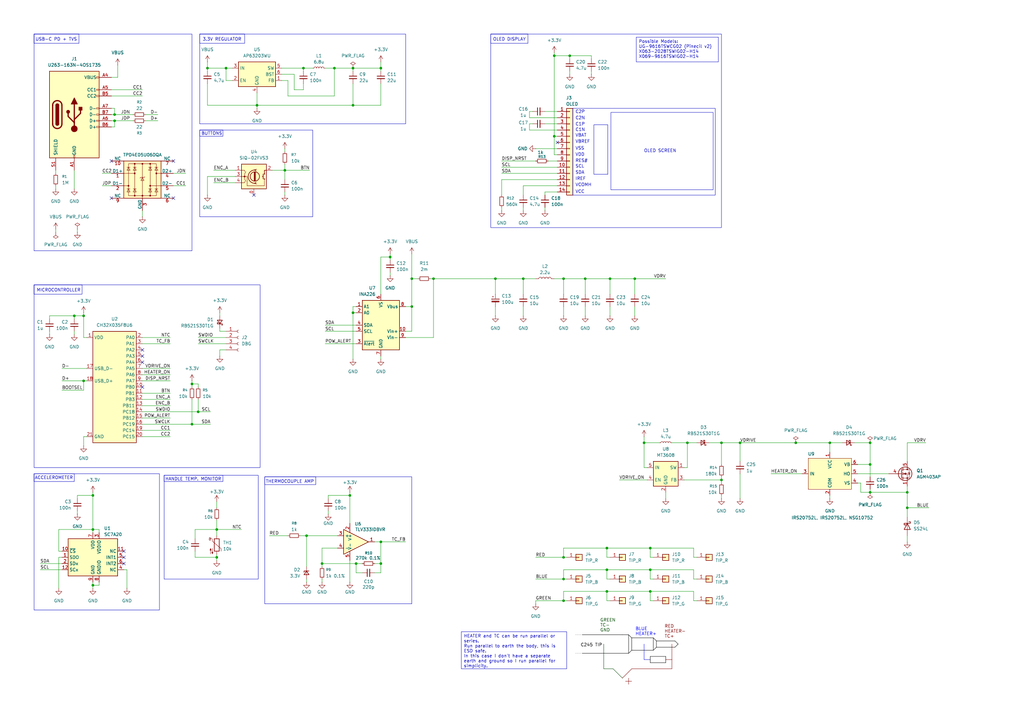
<source format=kicad_sch>
(kicad_sch
	(version 20250114)
	(generator "eeschema")
	(generator_version "9.0")
	(uuid "7095b018-eac3-4b01-b374-28e3216c4fd8")
	(paper "A3")
	
	(rectangle
		(start 13.97 194.31)
		(end 65.405 250.19)
		(stroke
			(width 0)
			(type default)
		)
		(fill
			(type none)
		)
		(uuid 25f66d05-38b5-4a17-99c1-8cad2c92cd3e)
	)
	(rectangle
		(start 13.97 13.97)
		(end 78.74 102.87)
		(stroke
			(width 0)
			(type default)
		)
		(fill
			(type none)
		)
		(uuid 34cfca7f-b72a-4261-a704-f33e6bc4b279)
	)
	(rectangle
		(start 13.97 194.31)
		(end 30.48 197.485)
		(stroke
			(width 0)
			(type default)
		)
		(fill
			(type none)
		)
		(uuid 37b1d202-d0af-4356-9cea-c5377ffdf5c6)
	)
	(rectangle
		(start 108.585 195.58)
		(end 129.54 198.755)
		(stroke
			(width 0)
			(type default)
		)
		(fill
			(type none)
		)
		(uuid 411456a7-808a-4a99-b2e7-4b00b0660778)
	)
	(rectangle
		(start 81.915 53.34)
		(end 91.44 55.88)
		(stroke
			(width 0)
			(type default)
		)
		(fill
			(type none)
		)
		(uuid 51756553-69aa-4f9f-a31a-a60fa2c78053)
	)
	(rectangle
		(start 13.97 116.84)
		(end 33.655 120.65)
		(stroke
			(width 0)
			(type default)
		)
		(fill
			(type none)
		)
		(uuid 7d5ee34c-3c30-4116-b034-575f8f5cbca0)
	)
	(rectangle
		(start 81.915 53.34)
		(end 128.27 88.9)
		(stroke
			(width 0)
			(type default)
		)
		(fill
			(type none)
		)
		(uuid 9c119ec4-7162-4594-9de4-9af2e8ac3469)
	)
	(rectangle
		(start 81.915 13.97)
		(end 100.33 17.78)
		(stroke
			(width 0)
			(type default)
		)
		(fill
			(type none)
		)
		(uuid 9d5c2b83-1ad1-4eb5-9c00-115d7cfbb819)
	)
	(rectangle
		(start 108.585 195.58)
		(end 168.91 247.65)
		(stroke
			(width 0)
			(type default)
		)
		(fill
			(type none)
		)
		(uuid a57dfd79-f7b7-44cf-be58-21e0757161fa)
	)
	(rectangle
		(start 13.97 116.84)
		(end 106.68 191.77)
		(stroke
			(width 0)
			(type default)
		)
		(fill
			(type none)
		)
		(uuid a66c837f-d550-4ad5-b67a-1a34b6eaed03)
	)
	(rectangle
		(start 250.571 46.101)
		(end 292.481 77.851)
		(stroke
			(width 0)
			(type default)
		)
		(fill
			(type none)
		)
		(uuid b323df54-646c-4c42-ac5d-c702f5da28df)
	)
	(rectangle
		(start 13.97 13.97)
		(end 32.385 17.78)
		(stroke
			(width 0)
			(type default)
		)
		(fill
			(type none)
		)
		(uuid b41c86f7-a703-4da7-9c7c-3d6f2dbdab0b)
	)
	(rectangle
		(start 67.31 194.945)
		(end 91.44 197.485)
		(stroke
			(width 0)
			(type default)
		)
		(fill
			(type none)
		)
		(uuid b798fff3-5d10-4e4c-948c-461a0845de52)
	)
	(rectangle
		(start 234.95 44.45)
		(end 293.37 80.01)
		(stroke
			(width 0)
			(type default)
		)
		(fill
			(type none)
		)
		(uuid c7ed09f4-c5b0-447c-8527-2fd1a9942fc7)
	)
	(rectangle
		(start 201.295 13.97)
		(end 295.91 93.345)
		(stroke
			(width 0)
			(type default)
		)
		(fill
			(type none)
		)
		(uuid c86b0301-7b25-4d55-b6bd-bf1af0f3ea13)
	)
	(rectangle
		(start 243.586 51.181)
		(end 249.301 71.501)
		(stroke
			(width 0)
			(type default)
		)
		(fill
			(type none)
		)
		(uuid cc173c2c-4802-4b85-8dc1-c0ed1e2586ae)
	)
	(rectangle
		(start 81.915 13.97)
		(end 166.37 50.8)
		(stroke
			(width 0)
			(type default)
		)
		(fill
			(type none)
		)
		(uuid d5e44070-3c31-4662-9265-15546dcb33a9)
	)
	(rectangle
		(start 67.31 194.945)
		(end 105.918 237.49)
		(stroke
			(width 0)
			(type default)
		)
		(fill
			(type none)
		)
		(uuid dc78faa3-7706-462b-aff1-ea2259b8957d)
	)
	(rectangle
		(start 201.295 13.97)
		(end 216.535 17.78)
		(stroke
			(width 0)
			(type default)
		)
		(fill
			(type none)
		)
		(uuid df873f2f-b2dc-4231-b391-da9722f3ee43)
	)
	(text "RED\nHEATER-\nTC+"
		(exclude_from_sim no)
		(at 272.542 259.08 0)
		(effects
			(font
				(size 1.27 1.27)
				(color 132 0 0 1)
			)
			(justify left)
		)
		(uuid "074f802c-7871-4a94-9d0f-a3c07209b08e")
	)
	(text "3.3V REGULATOR"
		(exclude_from_sim no)
		(at 83.058 16.256 0)
		(effects
			(font
				(size 1.27 1.27)
			)
			(justify left)
		)
		(uuid "270c64e9-acc9-4bdf-adf9-51e85a7cfae3")
	)
	(text "C2N"
		(exclude_from_sim no)
		(at 235.966 48.514 0)
		(effects
			(font
				(size 1.27 1.27)
			)
			(justify left)
		)
		(uuid "303735e4-f194-4e97-9ddd-7741146e5965")
	)
	(text "USB-C PD + TVS"
		(exclude_from_sim no)
		(at 14.478 16.256 0)
		(effects
			(font
				(size 1.27 1.27)
			)
			(justify left)
		)
		(uuid "3b53ae36-2320-46df-8526-8d2b0e4cd267")
	)
	(text "BUTTONS"
		(exclude_from_sim no)
		(at 82.55 54.864 0)
		(effects
			(font
				(size 1.27 1.27)
			)
			(justify left)
		)
		(uuid "4ff0d853-92f6-4f02-aa33-1f252be5ef75")
	)
	(text "SCL"
		(exclude_from_sim no)
		(at 235.966 68.326 0)
		(effects
			(font
				(size 1.27 1.27)
			)
			(justify left)
		)
		(uuid "63c62cf3-4266-478a-9f68-199034fe5d8b")
	)
	(text "RES#"
		(exclude_from_sim no)
		(at 235.966 66.04 0)
		(effects
			(font
				(size 1.27 1.27)
			)
			(justify left)
		)
		(uuid "6ce3c0b9-bb73-4f4d-8996-df06398c02e3")
	)
	(text "C1P"
		(exclude_from_sim no)
		(at 235.966 51.054 0)
		(effects
			(font
				(size 1.27 1.27)
			)
			(justify left)
		)
		(uuid "6d196f00-fda4-408a-b16f-63e268646b7a")
	)
	(text "ACCELEROMETER"
		(exclude_from_sim no)
		(at 22.098 196.088 0)
		(effects
			(font
				(size 1.27 1.27)
			)
		)
		(uuid "6d3cce01-49eb-4036-848c-880563d726ff")
	)
	(text "IREF"
		(exclude_from_sim no)
		(at 235.966 73.406 0)
		(effects
			(font
				(size 1.27 1.27)
			)
			(justify left)
		)
		(uuid "78269562-db7d-4f9c-9409-11de08793bfa")
	)
	(text "BLUE\nHEATER+"
		(exclude_from_sim no)
		(at 260.604 259.08 0)
		(effects
			(font
				(size 1.27 1.27)
				(color 0 0 255 1)
			)
			(justify left)
		)
		(uuid "7cd917a9-991f-405e-b4ad-1658a33b6480")
	)
	(text "C1N"
		(exclude_from_sim no)
		(at 235.966 53.34 0)
		(effects
			(font
				(size 1.27 1.27)
			)
			(justify left)
		)
		(uuid "86eaf89d-7735-48bc-8adf-2c6d7e1c9267")
	)
	(text "C2P"
		(exclude_from_sim no)
		(at 235.966 45.974 0)
		(effects
			(font
				(size 1.27 1.27)
			)
			(justify left)
		)
		(uuid "88767c22-62f5-491f-8191-e622ce50d549")
	)
	(text "VDD"
		(exclude_from_sim no)
		(at 235.966 63.5 0)
		(effects
			(font
				(size 1.27 1.27)
			)
			(justify left)
		)
		(uuid "98ea20d6-f789-4c9a-9d2d-ddf9c4e55ce3")
	)
	(text "HANDLE TEMP. MONITOR"
		(exclude_from_sim no)
		(at 79.248 196.596 0)
		(effects
			(font
				(size 1.27 1.27)
			)
		)
		(uuid "9cf9be48-0da6-4698-b802-905b4321ec7e")
	)
	(text "OLED SCREEN"
		(exclude_from_sim no)
		(at 270.764 61.976 0)
		(effects
			(font
				(size 1.27 1.27)
			)
		)
		(uuid "a7d4d929-dbaa-411d-a847-37e4617db2b8")
	)
	(text "VCC"
		(exclude_from_sim no)
		(at 235.966 78.74 0)
		(effects
			(font
				(size 1.27 1.27)
			)
			(justify left)
		)
		(uuid "c0b5be38-ee7a-4c62-b666-9455a24b9bdf")
	)
	(text "SDA"
		(exclude_from_sim no)
		(at 235.966 70.866 0)
		(effects
			(font
				(size 1.27 1.27)
			)
			(justify left)
		)
		(uuid "d1f23843-c159-4734-816f-e3ebdc7225d4")
	)
	(text "VBREF"
		(exclude_from_sim no)
		(at 235.966 58.166 0)
		(effects
			(font
				(size 1.27 1.27)
			)
			(justify left)
		)
		(uuid "dc92fbc2-eb7d-47ac-891e-6de1528c9506")
	)
	(text "OLED DISPLAY"
		(exclude_from_sim no)
		(at 202.184 16.256 0)
		(effects
			(font
				(size 1.27 1.27)
			)
			(justify left)
		)
		(uuid "e1182865-9cf6-484e-b369-4d8124243a24")
	)
	(text "VBAT"
		(exclude_from_sim no)
		(at 235.966 55.626 0)
		(effects
			(font
				(size 1.27 1.27)
			)
			(justify left)
		)
		(uuid "e5136794-6a5a-4728-b4d0-e47266a8ec2c")
	)
	(text "VSS"
		(exclude_from_sim no)
		(at 235.966 60.96 0)
		(effects
			(font
				(size 1.27 1.27)
			)
			(justify left)
		)
		(uuid "e5277a5c-1568-43ec-ab65-5c403a9ddad3")
	)
	(text "VCOMH"
		(exclude_from_sim no)
		(at 235.966 75.946 0)
		(effects
			(font
				(size 1.27 1.27)
			)
			(justify left)
		)
		(uuid "e677c7ab-e79d-4a1c-8a88-4a56ca5d6b79")
	)
	(text "THERMOCOUPLE AMP"
		(exclude_from_sim no)
		(at 118.872 197.612 0)
		(effects
			(font
				(size 1.27 1.27)
			)
		)
		(uuid "e865e2d4-df9a-47d7-8bc3-1d543675c813")
	)
	(text "MICROCONTROLLER"
		(exclude_from_sim no)
		(at 14.986 119.126 0)
		(effects
			(font
				(size 1.27 1.27)
			)
			(justify left)
		)
		(uuid "f4202bbd-17db-406a-9b6f-417fe43fdaab")
	)
	(text "C245 TIP"
		(exclude_from_sim no)
		(at 242.57 264.668 0)
		(effects
			(font
				(size 1.27 1.27)
				(color 0 0 0 1)
			)
		)
		(uuid "f5ebd9e6-7e85-4295-b1df-1fb1b0a60676")
	)
	(text "GREEN\nTC-\nGND"
		(exclude_from_sim no)
		(at 246.126 256.54 0)
		(effects
			(font
				(size 1.27 1.27)
				(color 0 72 0 1)
			)
			(justify left)
		)
		(uuid "fe22e110-b1c7-4e37-9dd2-ed4186183ab8")
	)
	(text_box "Possible Models:\nUG-9616TSWCG02 (Pinecil v2)\nX063-2028TSWIG02-H14\nX069-9616TSWIG02-H14"
		(exclude_from_sim no)
		(at 260.985 15.24 0)
		(size 33.655 10.16)
		(margins 0.9525 0.9525 0.9525 0.9525)
		(stroke
			(width 0)
			(type solid)
		)
		(fill
			(type none)
		)
		(effects
			(font
				(size 1.27 1.27)
			)
			(justify left top)
		)
		(uuid "aff1d92e-7948-41af-95d4-eec0b0d11729")
	)
	(text_box "HEATER and TC can be run parallel or series.\nRun parallel to earth the body, this is ESD safe.\nIn this case I don't have a separate earth and ground so I run parallel for simplicity."
		(exclude_from_sim no)
		(at 189.23 259.08 0)
		(size 43.18 15.24)
		(margins 0.9525 0.9525 0.9525 0.9525)
		(stroke
			(width 0)
			(type solid)
		)
		(fill
			(type none)
		)
		(effects
			(font
				(size 1.27 1.27)
			)
			(justify left top)
		)
		(uuid "f24e07f6-dab3-4874-a162-57756a4a0cb0")
	)
	(junction
		(at 326.39 181.61)
		(diameter 0)
		(color 0 0 0 0)
		(uuid "00837693-68bd-4254-8ab8-9c575bcd32d7")
	)
	(junction
		(at 81.28 168.91)
		(diameter 0)
		(color 0 0 0 0)
		(uuid "0376124e-fe7a-4814-987e-238a633a55c8")
	)
	(junction
		(at 281.94 181.61)
		(diameter 0)
		(color 0 0 0 0)
		(uuid "07d79252-3cfe-49d3-a697-b5180f951c75")
	)
	(junction
		(at 124.46 27.94)
		(diameter 0)
		(color 0 0 0 0)
		(uuid "0acd8611-5527-40f7-90a3-5c60d1adc1d0")
	)
	(junction
		(at 266.7 233.68)
		(diameter 0)
		(color 0 0 0 0)
		(uuid "1e78fea4-f170-467b-a37a-22058bb36a6d")
	)
	(junction
		(at 144.78 43.18)
		(diameter 0)
		(color 0 0 0 0)
		(uuid "22311b9f-04cf-44b4-b81a-9a2eee7d9814")
	)
	(junction
		(at 38.1 203.2)
		(diameter 0)
		(color 0 0 0 0)
		(uuid "223830ef-994b-458e-bef0-ec2a62ab1d6c")
	)
	(junction
		(at 356.87 201.93)
		(diameter 0)
		(color 0 0 0 0)
		(uuid "253e7a83-9b7c-4d4c-b8d1-7fbacce38609")
	)
	(junction
		(at 231.14 237.49)
		(diameter 0)
		(color 0 0 0 0)
		(uuid "284f32c2-769a-4bc4-b2f0-a7c3e5ae68d6")
	)
	(junction
		(at 160.02 105.41)
		(diameter 0)
		(color 0 0 0 0)
		(uuid "2b9858fc-d565-4568-9ced-4f85b3261fac")
	)
	(junction
		(at 266.7 224.79)
		(diameter 0)
		(color 0 0 0 0)
		(uuid "3303fd32-4b4a-445d-bddd-01abf0d9be1e")
	)
	(junction
		(at 372.11 201.93)
		(diameter 0)
		(color 0 0 0 0)
		(uuid "3b65a788-4b4c-437e-96e5-165c51a854a4")
	)
	(junction
		(at 143.51 203.2)
		(diameter 0)
		(color 0 0 0 0)
		(uuid "3f9bcc33-18ad-48ec-8047-f514eddb9bd3")
	)
	(junction
		(at 266.7 242.57)
		(diameter 0)
		(color 0 0 0 0)
		(uuid "3ff58bdd-622b-46e9-99a2-8eca2ca30783")
	)
	(junction
		(at 372.11 208.28)
		(diameter 0)
		(color 0 0 0 0)
		(uuid "40073d49-3f44-4af7-a787-657ab510a928")
	)
	(junction
		(at 340.36 181.61)
		(diameter 0)
		(color 0 0 0 0)
		(uuid "4022ea02-a839-4e77-8442-99daabad0cb4")
	)
	(junction
		(at 356.87 190.5)
		(diameter 0)
		(color 0 0 0 0)
		(uuid "45cd84fd-2fd0-4481-9f27-779c4e05a620")
	)
	(junction
		(at 132.08 231.14)
		(diameter 0)
		(color 0 0 0 0)
		(uuid "4793f579-9960-4fea-a983-16516b9a6a74")
	)
	(junction
		(at 30.48 129.54)
		(diameter 0)
		(color 0 0 0 0)
		(uuid "4a00e859-a3fe-467b-8ce9-def1b4a6bc1d")
	)
	(junction
		(at 264.16 181.61)
		(diameter 0)
		(color 0 0 0 0)
		(uuid "4c2788f8-2f3d-4c09-bf35-9265ddb84f5d")
	)
	(junction
		(at 231.14 228.6)
		(diameter 0)
		(color 0 0 0 0)
		(uuid "4e000b4e-efac-4699-be88-c8c4a1e11b0e")
	)
	(junction
		(at 137.16 27.94)
		(diameter 0)
		(color 0 0 0 0)
		(uuid "4e457d4d-37fd-4b51-a420-85ebb8dc04c5")
	)
	(junction
		(at 168.91 125.73)
		(diameter 0)
		(color 0 0 0 0)
		(uuid "51d47e0b-ff82-4d9a-812e-411a32b7bf19")
	)
	(junction
		(at 168.91 114.3)
		(diameter 0)
		(color 0 0 0 0)
		(uuid "52ff489f-9f01-453b-bd90-67ebcc43c015")
	)
	(junction
		(at 46.99 49.53)
		(diameter 0)
		(color 0 0 0 0)
		(uuid "5e8d1cf7-167e-4030-9f28-7c115ea5395b")
	)
	(junction
		(at 248.92 233.68)
		(diameter 0)
		(color 0 0 0 0)
		(uuid "5ea4f1af-29c5-41cd-b15b-81097d2b6427")
	)
	(junction
		(at 227.33 55.88)
		(diameter 0)
		(color 0 0 0 0)
		(uuid "5fbb3de9-86ee-49ad-a284-eb55f1cc692a")
	)
	(junction
		(at 248.92 242.57)
		(diameter 0)
		(color 0 0 0 0)
		(uuid "64f8ff53-fd25-4945-b8a5-64153356f23e")
	)
	(junction
		(at 233.68 22.86)
		(diameter 0)
		(color 0 0 0 0)
		(uuid "73b54f8a-8892-4f5c-ad2f-0a2e6cc384c3")
	)
	(junction
		(at 34.29 129.54)
		(diameter 0)
		(color 0 0 0 0)
		(uuid "7463436f-e839-4ea2-a4bf-81f122061b20")
	)
	(junction
		(at 250.19 114.3)
		(diameter 0)
		(color 0 0 0 0)
		(uuid "74be8234-d464-4c0b-8cd5-92ab042ed197")
	)
	(junction
		(at 146.05 231.14)
		(diameter 0)
		(color 0 0 0 0)
		(uuid "77d052f3-f174-4ac4-b7f3-74fd8cd4f0e2")
	)
	(junction
		(at 144.78 128.27)
		(diameter 0)
		(color 0 0 0 0)
		(uuid "7a718757-763b-4e08-aad4-aaa4f9111b0a")
	)
	(junction
		(at 78.74 157.48)
		(diameter 0)
		(color 0 0 0 0)
		(uuid "81607e46-ed60-4e7b-900a-af756b50d9d4")
	)
	(junction
		(at 295.91 181.61)
		(diameter 0)
		(color 0 0 0 0)
		(uuid "81928cab-d290-47f7-99c7-9c8f417d4c4e")
	)
	(junction
		(at 260.35 114.3)
		(diameter 0)
		(color 0 0 0 0)
		(uuid "855762b6-ba6e-4668-b374-45a266a9df5c")
	)
	(junction
		(at 356.87 181.61)
		(diameter 0)
		(color 0 0 0 0)
		(uuid "866164ce-25ec-4289-a2cf-7099883dea86")
	)
	(junction
		(at 156.21 231.14)
		(diameter 0)
		(color 0 0 0 0)
		(uuid "879d8513-8c12-4c71-805b-cfd0566ce6a8")
	)
	(junction
		(at 34.29 156.21)
		(diameter 0)
		(color 0 0 0 0)
		(uuid "89bcf90e-9038-4def-8280-30d23811eeb8")
	)
	(junction
		(at 231.14 114.3)
		(diameter 0)
		(color 0 0 0 0)
		(uuid "8b64755e-064f-4e1f-acff-0c6da6bf1748")
	)
	(junction
		(at 227.33 22.86)
		(diameter 0)
		(color 0 0 0 0)
		(uuid "9531702c-c6a6-4297-8a10-64a5c6fc90b3")
	)
	(junction
		(at 214.63 114.3)
		(diameter 0)
		(color 0 0 0 0)
		(uuid "99470547-74e3-435a-aafe-b4ae68d1294d")
	)
	(junction
		(at 88.9 228.6)
		(diameter 0)
		(color 0 0 0 0)
		(uuid "9ba723fb-78b5-4d72-ae3c-94d59ceb7ba3")
	)
	(junction
		(at 156.21 222.25)
		(diameter 0)
		(color 0 0 0 0)
		(uuid "aff6f7cf-f995-4965-9b70-2f6e1afd3257")
	)
	(junction
		(at 203.2 114.3)
		(diameter 0)
		(color 0 0 0 0)
		(uuid "bd622f08-db3a-4046-921d-58baf4c7d1bc")
	)
	(junction
		(at 125.73 219.71)
		(diameter 0)
		(color 0 0 0 0)
		(uuid "be519101-b7e2-4e85-bc0c-866a0a6fdb77")
	)
	(junction
		(at 88.9 217.17)
		(diameter 0)
		(color 0 0 0 0)
		(uuid "c4f19431-f823-4a18-902b-e25529b1c304")
	)
	(junction
		(at 156.21 27.94)
		(diameter 0)
		(color 0 0 0 0)
		(uuid "caa23b1a-fb60-423d-84ed-a4ec6bda7dc1")
	)
	(junction
		(at 78.74 173.99)
		(diameter 0)
		(color 0 0 0 0)
		(uuid "cb369bbe-c983-4f03-86f5-9ab8b3b58edd")
	)
	(junction
		(at 116.84 69.85)
		(diameter 0)
		(color 0 0 0 0)
		(uuid "cbfb9910-a9c3-4d1d-beaf-ad4934f7e32e")
	)
	(junction
		(at 295.91 196.85)
		(diameter 0)
		(color 0 0 0 0)
		(uuid "cc109a5d-bdf8-421c-800f-f4fb1ea8fcea")
	)
	(junction
		(at 105.41 43.18)
		(diameter 0)
		(color 0 0 0 0)
		(uuid "d049456d-20ee-4308-a384-c295c5fb64a1")
	)
	(junction
		(at 38.1 240.03)
		(diameter 0)
		(color 0 0 0 0)
		(uuid "d3c0ec6c-e13a-496a-ad1c-ba60afc46b96")
	)
	(junction
		(at 46.99 46.99)
		(diameter 0)
		(color 0 0 0 0)
		(uuid "d3cb3929-1383-43bf-9aa0-8d6179547879")
	)
	(junction
		(at 144.78 27.94)
		(diameter 0)
		(color 0 0 0 0)
		(uuid "d5fd0359-f76b-4cc1-9ea5-8682bade4542")
	)
	(junction
		(at 38.1 217.17)
		(diameter 0)
		(color 0 0 0 0)
		(uuid "e18bde3c-0611-43e2-8458-23023e1703d3")
	)
	(junction
		(at 177.8 114.3)
		(diameter 0)
		(color 0 0 0 0)
		(uuid "e2f14e73-0508-430d-8056-4600df83ce56")
	)
	(junction
		(at 240.03 114.3)
		(diameter 0)
		(color 0 0 0 0)
		(uuid "e446b87b-dd2b-4e7f-9dbd-f1689a8c2a13")
	)
	(junction
		(at 303.53 181.61)
		(diameter 0)
		(color 0 0 0 0)
		(uuid "e5115188-7348-4d7f-9464-18609567d3fc")
	)
	(junction
		(at 92.71 27.94)
		(diameter 0)
		(color 0 0 0 0)
		(uuid "e80bc681-7695-43f3-a2bd-d411c7e86409")
	)
	(junction
		(at 231.14 246.38)
		(diameter 0)
		(color 0 0 0 0)
		(uuid "ea75d511-588c-4431-8d03-5392322d567d")
	)
	(junction
		(at 248.92 224.79)
		(diameter 0)
		(color 0 0 0 0)
		(uuid "ebd518cf-54ce-4d1f-b736-386303c84246")
	)
	(junction
		(at 85.09 27.94)
		(diameter 0)
		(color 0 0 0 0)
		(uuid "f1df4cab-d95d-4e21-b204-cc5686c3ccd2")
	)
	(no_connect
		(at 58.42 143.51)
		(uuid "0f2c342b-4188-4093-91d9-42068104663a")
	)
	(no_connect
		(at 50.8 228.6)
		(uuid "12b81ef0-4fba-4b2f-98fa-a2180c0447e2")
	)
	(no_connect
		(at 58.42 148.59)
		(uuid "289e71ef-a9b2-464e-b9b2-a82be2cc59e0")
	)
	(no_connect
		(at 50.8 231.14)
		(uuid "2b4977a8-0f21-4fec-84e4-4c603e997be4")
	)
	(no_connect
		(at 71.12 81.28)
		(uuid "46b4ccbc-24ab-4899-8505-9a1bc9336197")
	)
	(no_connect
		(at 45.72 66.04)
		(uuid "613b3790-5218-413f-a343-e26aa4ea4b95")
	)
	(no_connect
		(at 228.6 58.42)
		(uuid "8d801d13-32fe-4e34-8cc5-b8a86a497023")
	)
	(no_connect
		(at 58.42 146.05)
		(uuid "a86665c4-2dc5-4e43-a332-22fa53fb3620")
	)
	(no_connect
		(at 58.42 158.75)
		(uuid "b1e931ff-3df2-42f3-869e-697c248d488e")
	)
	(no_connect
		(at 45.72 81.28)
		(uuid "c9b41e3a-80a4-4410-be4c-91975e86700a")
	)
	(no_connect
		(at 104.14 80.01)
		(uuid "d8cbb7b8-f348-43ed-b12a-7c884625729d")
	)
	(no_connect
		(at 71.12 66.04)
		(uuid "e9fc4535-1911-4390-b5e2-c282d53c9319")
	)
	(no_connect
		(at 50.8 226.06)
		(uuid "eb0471e5-5852-410a-87ff-c81813b23343")
	)
	(wire
		(pts
			(xy 250.19 114.3) (xy 250.19 120.65)
		)
		(stroke
			(width 0)
			(type default)
		)
		(uuid "01019bf9-c94e-46c5-9440-886fbf1f7ac2")
	)
	(polyline
		(pts
			(xy 269.24 265.43) (xy 267.97 266.7)
		)
		(stroke
			(width 0)
			(type default)
			(color 0 0 0 1)
		)
		(uuid "026bb0ed-6072-40a3-95a7-f0b0e5bb9f80")
	)
	(wire
		(pts
			(xy 156.21 25.4) (xy 156.21 27.94)
		)
		(stroke
			(width 0)
			(type default)
		)
		(uuid "0280334b-627a-4233-a676-012a207d9298")
	)
	(wire
		(pts
			(xy 24.13 228.6) (xy 25.4 228.6)
		)
		(stroke
			(width 0)
			(type default)
		)
		(uuid "03f9526b-c252-4cea-a8ec-81306ff6df76")
	)
	(wire
		(pts
			(xy 41.91 76.2) (xy 45.72 76.2)
		)
		(stroke
			(width 0)
			(type default)
		)
		(uuid "057a48eb-9b1d-42a5-bf44-6985b9321748")
	)
	(wire
		(pts
			(xy 227.33 55.88) (xy 228.6 55.88)
		)
		(stroke
			(width 0)
			(type default)
		)
		(uuid "06a39b25-e5c0-48bf-8f66-6ff9e46efda7")
	)
	(polyline
		(pts
			(xy 275.59 270.51) (xy 273.05 270.51)
		)
		(stroke
			(width 0)
			(type solid)
			(color 132 0 0 1)
		)
		(uuid "07b98816-3d51-4f72-b198-7c04ddd02a60")
	)
	(wire
		(pts
			(xy 281.94 181.61) (xy 281.94 191.77)
		)
		(stroke
			(width 0)
			(type default)
		)
		(uuid "08ca60c2-d79a-4019-861d-7c88280594b9")
	)
	(wire
		(pts
			(xy 16.51 233.68) (xy 25.4 233.68)
		)
		(stroke
			(width 0)
			(type default)
		)
		(uuid "093a4bfc-aabd-4586-948a-1580d9afeffa")
	)
	(wire
		(pts
			(xy 45.72 36.83) (xy 58.42 36.83)
		)
		(stroke
			(width 0)
			(type default)
		)
		(uuid "098337dc-d67f-4f92-9e59-aa0530495823")
	)
	(wire
		(pts
			(xy 351.79 190.5) (xy 356.87 190.5)
		)
		(stroke
			(width 0)
			(type default)
		)
		(uuid "0991fc57-c77d-4d8b-a7f5-93559a71531e")
	)
	(wire
		(pts
			(xy 284.48 228.6) (xy 285.75 228.6)
		)
		(stroke
			(width 0)
			(type default)
		)
		(uuid "0b3b1be4-2c7f-47f2-886c-9ff27992e090")
	)
	(wire
		(pts
			(xy 265.43 191.77) (xy 264.16 191.77)
		)
		(stroke
			(width 0)
			(type default)
		)
		(uuid "0bdd0dd3-1438-4145-a164-7482936ecc91")
	)
	(polyline
		(pts
			(xy 236.22 260.35) (xy 238.76 260.35)
		)
		(stroke
			(width 0)
			(type dot)
			(color 0 0 0 1)
		)
		(uuid "0bebbeb1-bed0-4084-8b40-7ac03a835cd7")
	)
	(wire
		(pts
			(xy 340.36 203.2) (xy 340.36 204.47)
		)
		(stroke
			(width 0)
			(type default)
		)
		(uuid "0c9fa1d8-a413-4dad-b1e6-53724d6877dc")
	)
	(wire
		(pts
			(xy 356.87 200.66) (xy 356.87 201.93)
		)
		(stroke
			(width 0)
			(type default)
		)
		(uuid "0d1d8e67-44be-4e93-8637-8b77df712344")
	)
	(wire
		(pts
			(xy 85.09 34.29) (xy 85.09 43.18)
		)
		(stroke
			(width 0)
			(type default)
		)
		(uuid "0d1da041-1604-484f-8588-64418e6780df")
	)
	(wire
		(pts
			(xy 264.16 179.07) (xy 264.16 181.61)
		)
		(stroke
			(width 0)
			(type default)
		)
		(uuid "0d6f32d5-98ad-41ed-b781-51035ba32ce2")
	)
	(polyline
		(pts
			(xy 266.7 269.24) (xy 266.7 271.78)
		)
		(stroke
			(width 0)
			(type solid)
			(color 0 0 0 1)
		)
		(uuid "0e087217-7caf-4ae9-80d3-cf5e99ccbd9c")
	)
	(wire
		(pts
			(xy 133.35 135.89) (xy 146.05 135.89)
		)
		(stroke
			(width 0)
			(type default)
		)
		(uuid "0e1505d5-48c5-405d-bd30-c6b5fe5cd7d7")
	)
	(wire
		(pts
			(xy 78.74 157.48) (xy 81.28 157.48)
		)
		(stroke
			(width 0)
			(type default)
		)
		(uuid "0e2e8ef7-9967-4f2a-a391-35d57131fb71")
	)
	(wire
		(pts
			(xy 248.92 224.79) (xy 266.7 224.79)
		)
		(stroke
			(width 0)
			(type default)
		)
		(uuid "0ea3b0f9-9010-4b04-86d3-c4830ab1836d")
	)
	(wire
		(pts
			(xy 80.01 217.17) (xy 88.9 217.17)
		)
		(stroke
			(width 0)
			(type default)
		)
		(uuid "0f8627da-dc1e-4504-acfc-120e3647c5b5")
	)
	(wire
		(pts
			(xy 214.63 85.09) (xy 214.63 86.36)
		)
		(stroke
			(width 0)
			(type default)
		)
		(uuid "0fdf5b0f-14a7-4ff5-aee8-91dcf3e80430")
	)
	(polyline
		(pts
			(xy 276.86 262.89) (xy 278.13 264.16)
		)
		(stroke
			(width 0)
			(type default)
			(color 0 0 0 1)
		)
		(uuid "0ffc5971-b130-492f-a7ea-ccd3781d517b")
	)
	(wire
		(pts
			(xy 303.53 189.23) (xy 303.53 181.61)
		)
		(stroke
			(width 0)
			(type default)
		)
		(uuid "1213dcc9-1528-4b78-b712-6cdbea454856")
	)
	(wire
		(pts
			(xy 132.08 231.14) (xy 132.08 224.79)
		)
		(stroke
			(width 0)
			(type default)
		)
		(uuid "12f02fb2-28a7-4766-ae13-424545151178")
	)
	(wire
		(pts
			(xy 132.08 231.14) (xy 146.05 231.14)
		)
		(stroke
			(width 0)
			(type default)
		)
		(uuid "13e7537a-edd6-43d5-8bb0-f6eb3d491016")
	)
	(wire
		(pts
			(xy 156.21 231.14) (xy 156.21 222.25)
		)
		(stroke
			(width 0)
			(type default)
		)
		(uuid "1427c6b1-5293-499b-9663-f54121cc8ca4")
	)
	(wire
		(pts
			(xy 48.26 31.75) (xy 48.26 26.67)
		)
		(stroke
			(width 0)
			(type default)
		)
		(uuid "14b83c6b-fa77-4ec1-b020-d89f490dd1db")
	)
	(wire
		(pts
			(xy 87.63 69.85) (xy 96.52 69.85)
		)
		(stroke
			(width 0)
			(type default)
		)
		(uuid "15d75b7e-53c1-4b3b-bead-3e9845084cb1")
	)
	(wire
		(pts
			(xy 203.2 114.3) (xy 214.63 114.3)
		)
		(stroke
			(width 0)
			(type default)
		)
		(uuid "160924b9-71b2-497e-afa5-3fa032761b8c")
	)
	(wire
		(pts
			(xy 143.51 201.93) (xy 143.51 203.2)
		)
		(stroke
			(width 0)
			(type default)
		)
		(uuid "16a235b6-6479-41c3-934b-5990cd87fafe")
	)
	(wire
		(pts
			(xy 227.33 55.88) (xy 227.33 63.5)
		)
		(stroke
			(width 0)
			(type default)
		)
		(uuid "16a6ad92-1a6b-4d2b-93f1-5652f5947dbb")
	)
	(wire
		(pts
			(xy 231.14 228.6) (xy 232.41 228.6)
		)
		(stroke
			(width 0)
			(type default)
		)
		(uuid "17df628e-6e1c-4007-bf79-a6f4989ca29e")
	)
	(wire
		(pts
			(xy 45.72 52.07) (xy 46.99 52.07)
		)
		(stroke
			(width 0)
			(type default)
		)
		(uuid "18438b3a-827e-4972-b4d2-e39627126fd2")
	)
	(polyline
		(pts
			(xy 255.27 260.35) (xy 257.81 260.35)
		)
		(stroke
			(width 0)
			(type default)
			(color 0 0 0 1)
		)
		(uuid "185695dd-6d7c-4a99-817d-9d7e560e285b")
	)
	(wire
		(pts
			(xy 58.42 153.67) (xy 69.85 153.67)
		)
		(stroke
			(width 0)
			(type default)
		)
		(uuid "185cc638-609c-4acf-9a83-434d47f9bece")
	)
	(wire
		(pts
			(xy 248.92 228.6) (xy 250.19 228.6)
		)
		(stroke
			(width 0)
			(type default)
		)
		(uuid "186284b8-bd67-4889-90c2-387a38831a45")
	)
	(wire
		(pts
			(xy 303.53 181.61) (xy 295.91 181.61)
		)
		(stroke
			(width 0)
			(type default)
		)
		(uuid "18853170-98c0-4142-a886-9b88272679cd")
	)
	(wire
		(pts
			(xy 231.14 242.57) (xy 248.92 242.57)
		)
		(stroke
			(width 0)
			(type default)
		)
		(uuid "19a14244-1aa6-4e39-a21f-a4b520ce6566")
	)
	(wire
		(pts
			(xy 264.16 191.77) (xy 264.16 181.61)
		)
		(stroke
			(width 0)
			(type default)
		)
		(uuid "19c2bb4e-b6a2-428b-b46d-e50a0b5d9ad9")
	)
	(wire
		(pts
			(xy 90.17 135.89) (xy 92.71 135.89)
		)
		(stroke
			(width 0)
			(type default)
		)
		(uuid "1b5db70b-c75a-47b9-9005-1a033afb345d")
	)
	(wire
		(pts
			(xy 356.87 201.93) (xy 372.11 201.93)
		)
		(stroke
			(width 0)
			(type default)
		)
		(uuid "1b77d230-b149-4ebc-9500-892f807d9feb")
	)
	(wire
		(pts
			(xy 80.01 228.6) (xy 80.01 226.06)
		)
		(stroke
			(width 0)
			(type default)
		)
		(uuid "1b9cd177-a46a-4a5a-81a3-e55bb87811dd")
	)
	(polyline
		(pts
			(xy 264.16 264.16) (xy 264.16 270.51)
		)
		(stroke
			(width 0)
			(type solid)
			(color 0 0 255 1)
		)
		(uuid "1ba11ea6-79fc-470e-8095-8fd6d151a60b")
	)
	(wire
		(pts
			(xy 24.13 226.06) (xy 24.13 217.17)
		)
		(stroke
			(width 0)
			(type default)
		)
		(uuid "1c166601-d1f1-4dcf-81f6-af70e0a8c0df")
	)
	(wire
		(pts
			(xy 58.42 166.37) (xy 69.85 166.37)
		)
		(stroke
			(width 0)
			(type default)
		)
		(uuid "1c31a3a0-71be-4869-aecb-fe7720f70370")
	)
	(wire
		(pts
			(xy 214.63 125.73) (xy 214.63 129.54)
		)
		(stroke
			(width 0)
			(type default)
		)
		(uuid "1cdb49d6-e828-4a8b-a2bc-2a9374af56ed")
	)
	(wire
		(pts
			(xy 266.7 246.38) (xy 267.97 246.38)
		)
		(stroke
			(width 0)
			(type default)
		)
		(uuid "1cf9f715-8924-4551-8321-2cb14bcb7a4b")
	)
	(polyline
		(pts
			(xy 247.65 264.16) (xy 247.65 274.32)
		)
		(stroke
			(width 0)
			(type solid)
			(color 0 72 0 1)
		)
		(uuid "1d759bc9-3b87-4396-975b-76eb784a4ee5")
	)
	(wire
		(pts
			(xy 214.63 114.3) (xy 219.71 114.3)
		)
		(stroke
			(width 0)
			(type default)
		)
		(uuid "1d9c458a-8492-41ed-a2aa-d735f07b95cf")
	)
	(wire
		(pts
			(xy 95.25 27.94) (xy 92.71 27.94)
		)
		(stroke
			(width 0)
			(type default)
		)
		(uuid "202f5003-0a48-4fcb-962b-eb5d0b2eea8c")
	)
	(wire
		(pts
			(xy 231.14 237.49) (xy 231.14 233.68)
		)
		(stroke
			(width 0)
			(type default)
		)
		(uuid "208cd2f2-adb5-4a75-b940-1381a809b269")
	)
	(wire
		(pts
			(xy 214.63 114.3) (xy 214.63 120.65)
		)
		(stroke
			(width 0)
			(type default)
		)
		(uuid "21e02397-be46-4ce1-86f0-c87b0ef9b9f7")
	)
	(wire
		(pts
			(xy 105.41 43.18) (xy 144.78 43.18)
		)
		(stroke
			(width 0)
			(type default)
		)
		(uuid "228d2b28-0e5e-4a0f-9a64-60ca034456d5")
	)
	(wire
		(pts
			(xy 22.86 69.85) (xy 22.86 71.12)
		)
		(stroke
			(width 0)
			(type default)
		)
		(uuid "22ceb097-bc74-4764-aecd-0b980944d711")
	)
	(wire
		(pts
			(xy 231.14 224.79) (xy 231.14 228.6)
		)
		(stroke
			(width 0)
			(type default)
		)
		(uuid "24d72d9c-7088-49fe-b9b0-0f36f49c22e7")
	)
	(wire
		(pts
			(xy 144.78 125.73) (xy 144.78 128.27)
		)
		(stroke
			(width 0)
			(type default)
		)
		(uuid "24fe0135-b756-433b-bdcc-2148b0ebafa5")
	)
	(wire
		(pts
			(xy 284.48 246.38) (xy 285.75 246.38)
		)
		(stroke
			(width 0)
			(type default)
		)
		(uuid "2616a777-c896-4d19-9dd1-44f1b40faa16")
	)
	(wire
		(pts
			(xy 266.7 237.49) (xy 267.97 237.49)
		)
		(stroke
			(width 0)
			(type default)
		)
		(uuid "28258bd8-18c4-469b-be71-ef9ab42f0cf4")
	)
	(wire
		(pts
			(xy 148.59 234.95) (xy 146.05 234.95)
		)
		(stroke
			(width 0)
			(type default)
		)
		(uuid "28f9a714-ce47-4a87-9eba-39a2e1e51e21")
	)
	(wire
		(pts
			(xy 137.16 39.37) (xy 118.11 39.37)
		)
		(stroke
			(width 0)
			(type default)
		)
		(uuid "296133f5-2a32-47e9-994c-67f3c4c032fa")
	)
	(polyline
		(pts
			(xy 275.59 264.16) (xy 275.59 270.51)
		)
		(stroke
			(width 0)
			(type solid)
			(color 132 0 0 1)
		)
		(uuid "2986f712-090f-47d7-9d1c-d91842ebf259")
	)
	(wire
		(pts
			(xy 248.92 242.57) (xy 266.7 242.57)
		)
		(stroke
			(width 0)
			(type default)
		)
		(uuid "29f41644-402c-4df3-aa82-716fe9752efd")
	)
	(wire
		(pts
			(xy 46.99 44.45) (xy 46.99 46.99)
		)
		(stroke
			(width 0)
			(type default)
		)
		(uuid "2b6c7f04-a093-4524-90eb-496f9f787527")
	)
	(polyline
		(pts
			(xy 273.05 270.51) (xy 273.05 269.24)
		)
		(stroke
			(width 0)
			(type solid)
			(color 0 0 0 1)
		)
		(uuid "2c47bba1-b584-4271-bdfb-c24c01ea95ec")
	)
	(wire
		(pts
			(xy 168.91 135.89) (xy 168.91 125.73)
		)
		(stroke
			(width 0)
			(type default)
		)
		(uuid "2c54bbfb-f127-4130-bf7e-20082ec4d606")
	)
	(wire
		(pts
			(xy 205.74 73.66) (xy 205.74 80.01)
		)
		(stroke
			(width 0)
			(type default)
		)
		(uuid "2c6750b6-74c7-4d32-8f14-8af4353a5366")
	)
	(wire
		(pts
			(xy 231.14 224.79) (xy 248.92 224.79)
		)
		(stroke
			(width 0)
			(type default)
		)
		(uuid "2c6d220a-0a4b-4ff0-96fe-2ee1e16fcd9b")
	)
	(wire
		(pts
			(xy 105.41 43.18) (xy 105.41 44.45)
		)
		(stroke
			(width 0)
			(type default)
		)
		(uuid "2caf9a90-c3fc-4061-b393-2a0dec203c07")
	)
	(wire
		(pts
			(xy 144.78 43.18) (xy 156.21 43.18)
		)
		(stroke
			(width 0)
			(type default)
		)
		(uuid "2e8bc53e-95b2-4423-886b-bfb2eecd08b4")
	)
	(wire
		(pts
			(xy 45.72 31.75) (xy 48.26 31.75)
		)
		(stroke
			(width 0)
			(type default)
		)
		(uuid "2f68ac55-2ae3-4fdc-bcfb-21f448f1abfc")
	)
	(wire
		(pts
			(xy 88.9 217.17) (xy 99.06 217.17)
		)
		(stroke
			(width 0)
			(type default)
		)
		(uuid "2f7c8f4f-5718-4ee6-b598-55a2c858af33")
	)
	(wire
		(pts
			(xy 166.37 135.89) (xy 168.91 135.89)
		)
		(stroke
			(width 0)
			(type default)
		)
		(uuid "2fa27b4d-8b9b-403b-8454-e0568be41ed9")
	)
	(wire
		(pts
			(xy 266.7 242.57) (xy 284.48 242.57)
		)
		(stroke
			(width 0)
			(type default)
		)
		(uuid "2fbb547f-23cf-4496-89ab-aa2301b850bd")
	)
	(wire
		(pts
			(xy 38.1 201.93) (xy 38.1 203.2)
		)
		(stroke
			(width 0)
			(type default)
		)
		(uuid "2ff8f590-a0dd-4986-b523-e06c9b3827a0")
	)
	(polyline
		(pts
			(xy 259.08 261.62) (xy 259.08 266.7)
		)
		(stroke
			(width 0)
			(type default)
			(color 0 0 0 1)
		)
		(uuid "2ffefb90-6206-45ca-b57b-84bd29cfce39")
	)
	(wire
		(pts
			(xy 303.53 181.61) (xy 326.39 181.61)
		)
		(stroke
			(width 0)
			(type default)
		)
		(uuid "30582172-f069-4a5c-98a5-78a219f57280")
	)
	(polyline
		(pts
			(xy 266.7 261.62) (xy 267.97 261.62)
		)
		(stroke
			(width 0)
			(type default)
			(color 0 0 0 1)
		)
		(uuid "30fd122b-5121-4a83-88df-f8bbacf354a5")
	)
	(wire
		(pts
			(xy 58.42 179.07) (xy 69.85 179.07)
		)
		(stroke
			(width 0)
			(type default)
		)
		(uuid "31a5a27a-16db-4a49-a5fb-95805556c18e")
	)
	(wire
		(pts
			(xy 146.05 128.27) (xy 144.78 128.27)
		)
		(stroke
			(width 0)
			(type default)
		)
		(uuid "31f252ab-73a3-4779-8d41-a323f96c5a55")
	)
	(wire
		(pts
			(xy 124.46 36.83) (xy 120.65 36.83)
		)
		(stroke
			(width 0)
			(type default)
		)
		(uuid "326fcbeb-6568-414a-bae2-3482d5ca26c6")
	)
	(wire
		(pts
			(xy 168.91 114.3) (xy 171.45 114.3)
		)
		(stroke
			(width 0)
			(type default)
		)
		(uuid "333015d3-5f39-4099-b71e-407bd25aa299")
	)
	(wire
		(pts
			(xy 31.75 204.47) (xy 31.75 203.2)
		)
		(stroke
			(width 0)
			(type default)
		)
		(uuid "34170387-03a3-4d7d-9f6a-9db512b2f47f")
	)
	(wire
		(pts
			(xy 38.1 203.2) (xy 38.1 217.17)
		)
		(stroke
			(width 0)
			(type default)
		)
		(uuid "35471a9a-1159-4acb-bd51-1f7248a7d096")
	)
	(wire
		(pts
			(xy 92.71 27.94) (xy 85.09 27.94)
		)
		(stroke
			(width 0)
			(type default)
		)
		(uuid "35fc1e6c-2319-48d6-b1ef-3f4c892dc210")
	)
	(wire
		(pts
			(xy 125.73 219.71) (xy 138.43 219.71)
		)
		(stroke
			(width 0)
			(type default)
		)
		(uuid "36f53756-61b8-4225-b3bf-fa4d238d3b1c")
	)
	(wire
		(pts
			(xy 34.29 129.54) (xy 34.29 138.43)
		)
		(stroke
			(width 0)
			(type default)
		)
		(uuid "37760e84-34f3-4903-8420-24fbe82cc7d6")
	)
	(polyline
		(pts
			(xy 257.81 275.59) (xy 255.27 278.13)
		)
		(stroke
			(width 0)
			(type solid)
			(color 132 0 0 1)
		)
		(uuid "37ebe191-502b-4008-ade9-750ab2ba02d7")
	)
	(wire
		(pts
			(xy 85.09 27.94) (xy 85.09 29.21)
		)
		(stroke
			(width 0)
			(type default)
		)
		(uuid "3855a61f-666e-4706-aff6-2793b5d48fb3")
	)
	(wire
		(pts
			(xy 58.42 86.36) (xy 58.42 88.9)
		)
		(stroke
			(width 0)
			(type default)
		)
		(uuid "3884bd08-970a-4525-a7ae-3d118eacfc46")
	)
	(wire
		(pts
			(xy 146.05 125.73) (xy 144.78 125.73)
		)
		(stroke
			(width 0)
			(type default)
		)
		(uuid "39f068f3-2047-4c72-80dc-020c555ed629")
	)
	(wire
		(pts
			(xy 156.21 29.21) (xy 156.21 27.94)
		)
		(stroke
			(width 0)
			(type default)
		)
		(uuid "3be291d1-3abb-48c6-8d25-0c043a9fcb68")
	)
	(wire
		(pts
			(xy 228.6 53.34) (xy 217.17 53.34)
		)
		(stroke
			(width 0)
			(type default)
		)
		(uuid "3cc74a2e-0fe8-421a-b5ee-daa8e8b3a712")
	)
	(wire
		(pts
			(xy 266.7 233.68) (xy 266.7 237.49)
		)
		(stroke
			(width 0)
			(type default)
		)
		(uuid "3d8111d1-5754-4d6e-a849-470a6bd591a5")
	)
	(wire
		(pts
			(xy 81.28 158.75) (xy 81.28 157.48)
		)
		(stroke
			(width 0)
			(type default)
		)
		(uuid "3e0b80ea-981d-44ea-98ef-2a7e6f6c8ed9")
	)
	(wire
		(pts
			(xy 224.79 66.04) (xy 228.6 66.04)
		)
		(stroke
			(width 0)
			(type default)
		)
		(uuid "3e7e3e9e-2270-4d22-887c-ad05a3264519")
	)
	(wire
		(pts
			(xy 231.14 246.38) (xy 231.14 242.57)
		)
		(stroke
			(width 0)
			(type default)
		)
		(uuid "3fa2d78b-ebb4-4831-a7a1-a277abddf5b5")
	)
	(wire
		(pts
			(xy 59.69 49.53) (xy 64.77 49.53)
		)
		(stroke
			(width 0)
			(type default)
		)
		(uuid "3fb95421-59f4-497f-8b94-8962c1179ed1")
	)
	(wire
		(pts
			(xy 20.32 129.54) (xy 30.48 129.54)
		)
		(stroke
			(width 0)
			(type default)
		)
		(uuid "40920f53-5818-408c-bc37-08872dc5c2db")
	)
	(wire
		(pts
			(xy 240.03 114.3) (xy 250.19 114.3)
		)
		(stroke
			(width 0)
			(type default)
		)
		(uuid "40a99504-58e3-4348-9507-ca226b6e34ba")
	)
	(wire
		(pts
			(xy 52.07 233.68) (xy 52.07 241.3)
		)
		(stroke
			(width 0)
			(type default)
		)
		(uuid "40b028e4-52bf-4d41-b4ef-331b7c9a978e")
	)
	(wire
		(pts
			(xy 125.73 237.49) (xy 125.73 238.76)
		)
		(stroke
			(width 0)
			(type default)
		)
		(uuid "43271041-c5c8-412c-bfdd-5618a8d6f936")
	)
	(wire
		(pts
			(xy 50.8 233.68) (xy 52.07 233.68)
		)
		(stroke
			(width 0)
			(type default)
		)
		(uuid "435771e7-7406-4d64-854d-386effbd573f")
	)
	(wire
		(pts
			(xy 350.52 181.61) (xy 356.87 181.61)
		)
		(stroke
			(width 0)
			(type default)
		)
		(uuid "43bc359c-fbc5-42f0-9eb9-e197be54c3b7")
	)
	(wire
		(pts
			(xy 203.2 125.73) (xy 203.2 129.54)
		)
		(stroke
			(width 0)
			(type default)
		)
		(uuid "441ff4a3-f859-423e-b7b8-38e180e5fb28")
	)
	(wire
		(pts
			(xy 231.14 246.38) (xy 232.41 246.38)
		)
		(stroke
			(width 0)
			(type default)
		)
		(uuid "44421f2e-8ea1-481c-996b-c429ad7430a2")
	)
	(wire
		(pts
			(xy 45.72 39.37) (xy 58.42 39.37)
		)
		(stroke
			(width 0)
			(type default)
		)
		(uuid "44f9df40-5b32-48e7-b548-a32438cf0dfd")
	)
	(wire
		(pts
			(xy 85.09 43.18) (xy 105.41 43.18)
		)
		(stroke
			(width 0)
			(type default)
		)
		(uuid "4565d69f-09cb-47a5-b4c9-ecffd44c036a")
	)
	(wire
		(pts
			(xy 284.48 233.68) (xy 284.48 237.49)
		)
		(stroke
			(width 0)
			(type default)
		)
		(uuid "45840b3e-897d-4e56-aed0-7dd0d960365e")
	)
	(wire
		(pts
			(xy 248.92 233.68) (xy 248.92 237.49)
		)
		(stroke
			(width 0)
			(type default)
		)
		(uuid "4637cb7f-09e0-4c05-b449-63b35a69be90")
	)
	(wire
		(pts
			(xy 233.68 29.21) (xy 233.68 30.48)
		)
		(stroke
			(width 0)
			(type default)
		)
		(uuid "46dd8646-50ac-4ac6-9c60-c9a27d511d5f")
	)
	(wire
		(pts
			(xy 248.92 237.49) (xy 250.19 237.49)
		)
		(stroke
			(width 0)
			(type default)
		)
		(uuid "4715cb89-1598-4b7d-ac82-303c30310351")
	)
	(wire
		(pts
			(xy 46.99 46.99) (xy 54.61 46.99)
		)
		(stroke
			(width 0)
			(type default)
		)
		(uuid "477f52c3-2d50-4858-b854-31927f0e8c86")
	)
	(wire
		(pts
			(xy 254 196.85) (xy 265.43 196.85)
		)
		(stroke
			(width 0)
			(type default)
		)
		(uuid "49f27579-6d42-4b75-821c-07e9cd3dd8c3")
	)
	(wire
		(pts
			(xy 58.42 168.91) (xy 81.28 168.91)
		)
		(stroke
			(width 0)
			(type default)
		)
		(uuid "4b4a165d-6c8d-46da-937d-81a3f22e7c24")
	)
	(wire
		(pts
			(xy 223.52 78.74) (xy 223.52 80.01)
		)
		(stroke
			(width 0)
			(type default)
		)
		(uuid "4be25685-095f-4656-b86d-69637547dd3b")
	)
	(wire
		(pts
			(xy 118.11 33.02) (xy 115.57 33.02)
		)
		(stroke
			(width 0)
			(type default)
		)
		(uuid "4f4b934f-7d9e-412b-a153-41f1a475441a")
	)
	(wire
		(pts
			(xy 356.87 195.58) (xy 356.87 190.5)
		)
		(stroke
			(width 0)
			(type default)
		)
		(uuid "50105f6a-2056-4e3f-82d2-91660983096a")
	)
	(wire
		(pts
			(xy 156.21 34.29) (xy 156.21 43.18)
		)
		(stroke
			(width 0)
			(type default)
		)
		(uuid "507295aa-769d-4e4c-bb64-5cef23014ec1")
	)
	(wire
		(pts
			(xy 233.68 22.86) (xy 242.57 22.86)
		)
		(stroke
			(width 0)
			(type default)
		)
		(uuid "50f5870c-dfc9-4c5e-8373-f3177df46256")
	)
	(wire
		(pts
			(xy 284.48 224.79) (xy 266.7 224.79)
		)
		(stroke
			(width 0)
			(type default)
		)
		(uuid "51560bfb-b433-4e6c-8847-b259795cc5af")
	)
	(wire
		(pts
			(xy 123.19 219.71) (xy 125.73 219.71)
		)
		(stroke
			(width 0)
			(type default)
		)
		(uuid "526aab1b-2e86-46aa-a2ed-11f7074eac6c")
	)
	(wire
		(pts
			(xy 146.05 234.95) (xy 146.05 231.14)
		)
		(stroke
			(width 0)
			(type default)
		)
		(uuid "52b05445-eba3-468e-a8e4-7f5fee37bfa3")
	)
	(wire
		(pts
			(xy 156.21 146.05) (xy 156.21 147.32)
		)
		(stroke
			(width 0)
			(type default)
		)
		(uuid "538fbbec-8560-4e06-996c-abb855275aeb")
	)
	(wire
		(pts
			(xy 205.74 66.04) (xy 219.71 66.04)
		)
		(stroke
			(width 0)
			(type default)
		)
		(uuid "540bbf13-80aa-48fb-9f7d-839a09a5e5d1")
	)
	(wire
		(pts
			(xy 228.6 73.66) (xy 205.74 73.66)
		)
		(stroke
			(width 0)
			(type default)
		)
		(uuid "5441edd1-fe7e-4fc1-8c5a-7afde3fde38f")
	)
	(wire
		(pts
			(xy 176.53 114.3) (xy 177.8 114.3)
		)
		(stroke
			(width 0)
			(type default)
		)
		(uuid "54ad223e-c71b-46e2-9caa-0c4be00d5aa6")
	)
	(wire
		(pts
			(xy 217.17 53.34) (xy 217.17 50.8)
		)
		(stroke
			(width 0)
			(type default)
		)
		(uuid "55888b6b-83fa-452a-ac63-f7c4165439be")
	)
	(wire
		(pts
			(xy 266.7 233.68) (xy 284.48 233.68)
		)
		(stroke
			(width 0)
			(type default)
		)
		(uuid "56b48643-ad21-473f-9e7e-d10d0de34604")
	)
	(wire
		(pts
			(xy 40.64 217.17) (xy 38.1 217.17)
		)
		(stroke
			(width 0)
			(type default)
		)
		(uuid "56c01bcc-786b-47f7-8417-e078665f707d")
	)
	(wire
		(pts
			(xy 45.72 49.53) (xy 46.99 49.53)
		)
		(stroke
			(width 0)
			(type default)
		)
		(uuid "58311d62-5209-4668-8c0a-0688eaefff65")
	)
	(wire
		(pts
			(xy 280.67 191.77) (xy 281.94 191.77)
		)
		(stroke
			(width 0)
			(type default)
		)
		(uuid "58f700b7-37c3-4310-b500-1cda82d09e21")
	)
	(wire
		(pts
			(xy 78.74 173.99) (xy 86.36 173.99)
		)
		(stroke
			(width 0)
			(type default)
		)
		(uuid "58fb1b17-d555-4729-889e-8c7151b03c6b")
	)
	(wire
		(pts
			(xy 90.17 134.62) (xy 90.17 135.89)
		)
		(stroke
			(width 0)
			(type default)
		)
		(uuid "5901917b-5e24-494f-95e5-da8316175cef")
	)
	(wire
		(pts
			(xy 88.9 213.36) (xy 88.9 217.17)
		)
		(stroke
			(width 0)
			(type default)
		)
		(uuid "5a3922d9-3d11-4830-a9ff-b85b38ae2a3e")
	)
	(wire
		(pts
			(xy 248.92 233.68) (xy 266.7 233.68)
		)
		(stroke
			(width 0)
			(type default)
		)
		(uuid "5aaa678d-9149-4bce-9210-bfbdb6982987")
	)
	(wire
		(pts
			(xy 156.21 222.25) (xy 153.67 222.25)
		)
		(stroke
			(width 0)
			(type default)
		)
		(uuid "5bc55678-cc1b-41c6-993b-a76fa6e6464d")
	)
	(wire
		(pts
			(xy 78.74 163.83) (xy 78.74 173.99)
		)
		(stroke
			(width 0)
			(type default)
		)
		(uuid "5bd12bca-db6a-4a52-915d-91f8b9bdf35c")
	)
	(wire
		(pts
			(xy 58.42 151.13) (xy 69.85 151.13)
		)
		(stroke
			(width 0)
			(type default)
		)
		(uuid "5c1e8120-e4de-4d75-9341-62a75d8b27c3")
	)
	(polyline
		(pts
			(xy 256.54 279.4) (xy 259.08 279.4)
		)
		(stroke
			(width 0)
			(type solid)
			(color 132 0 0 1)
		)
		(uuid "5d7ceb27-03b2-45e1-b362-398a759c5376")
	)
	(wire
		(pts
			(xy 116.84 69.85) (xy 127 69.85)
		)
		(stroke
			(width 0)
			(type default)
		)
		(uuid "5e03bf3a-c59e-4898-85ee-e53976447119")
	)
	(wire
		(pts
			(xy 31.75 210.82) (xy 31.75 209.55)
		)
		(stroke
			(width 0)
			(type default)
		)
		(uuid "5e2073e8-74bc-4c16-ab3f-14cc657e4caf")
	)
	(wire
		(pts
			(xy 31.75 93.98) (xy 31.75 95.25)
		)
		(stroke
			(width 0)
			(type default)
		)
		(uuid "5fc7002c-30aa-4fce-b12e-77acff85c4d9")
	)
	(wire
		(pts
			(xy 133.35 140.97) (xy 146.05 140.97)
		)
		(stroke
			(width 0)
			(type default)
		)
		(uuid "608acfce-b2c2-41f1-9dfb-c5e97689166b")
	)
	(wire
		(pts
			(xy 30.48 69.85) (xy 30.48 77.47)
		)
		(stroke
			(width 0)
			(type default)
		)
		(uuid "60ebfe2a-283b-49d8-a3ea-22439dc77e00")
	)
	(wire
		(pts
			(xy 85.09 72.39) (xy 85.09 80.01)
		)
		(stroke
			(width 0)
			(type default)
		)
		(uuid "60f900e6-87c2-479a-904e-f71e35757fbe")
	)
	(wire
		(pts
			(xy 118.11 39.37) (xy 118.11 33.02)
		)
		(stroke
			(width 0)
			(type default)
		)
		(uuid "61200c40-d0fe-4545-9bab-84dfe13b8dc8")
	)
	(wire
		(pts
			(xy 16.51 231.14) (xy 25.4 231.14)
		)
		(stroke
			(width 0)
			(type default)
		)
		(uuid "614acc5a-4cf6-4c10-a747-b1df3dda8ff6")
	)
	(wire
		(pts
			(xy 148.59 231.14) (xy 146.05 231.14)
		)
		(stroke
			(width 0)
			(type default)
		)
		(uuid "61f8d715-a3cd-4601-8d26-cb542f53ba57")
	)
	(wire
		(pts
			(xy 81.28 168.91) (xy 86.36 168.91)
		)
		(stroke
			(width 0)
			(type default)
		)
		(uuid "62306eb0-07e1-4428-a61f-9f92776b885b")
	)
	(wire
		(pts
			(xy 58.42 163.83) (xy 69.85 163.83)
		)
		(stroke
			(width 0)
			(type default)
		)
		(uuid "642d3b9f-9732-4877-9fa9-a9ab8e68b763")
	)
	(wire
		(pts
			(xy 88.9 217.17) (xy 88.9 219.71)
		)
		(stroke
			(width 0)
			(type default)
		)
		(uuid "64d3d207-db7e-4856-a751-f068e5cf3811")
	)
	(wire
		(pts
			(xy 372.11 181.61) (xy 379.73 181.61)
		)
		(stroke
			(width 0)
			(type default)
		)
		(uuid "6619eb20-c745-47e4-a15f-9e83bc728cd6")
	)
	(wire
		(pts
			(xy 166.37 138.43) (xy 177.8 138.43)
		)
		(stroke
			(width 0)
			(type default)
		)
		(uuid "6622a6a7-1ac5-4e34-bb59-5e6bff15cfbb")
	)
	(wire
		(pts
			(xy 30.48 129.54) (xy 34.29 129.54)
		)
		(stroke
			(width 0)
			(type default)
		)
		(uuid "671acd07-7133-4d26-be93-462c70885ce2")
	)
	(wire
		(pts
			(xy 250.19 114.3) (xy 260.35 114.3)
		)
		(stroke
			(width 0)
			(type default)
		)
		(uuid "679232cf-780c-441e-9236-30bf85b52205")
	)
	(polyline
		(pts
			(xy 259.08 266.7) (xy 267.97 266.7)
		)
		(stroke
			(width 0)
			(type default)
			(color 0 0 0 1)
		)
		(uuid "67e20805-8c7b-4c36-8572-cfbec29bb0e7")
	)
	(wire
		(pts
			(xy 24.13 217.17) (xy 38.1 217.17)
		)
		(stroke
			(width 0)
			(type default)
		)
		(uuid "686912c6-f978-42ba-ae6f-51830c2c2afa")
	)
	(wire
		(pts
			(xy 110.49 219.71) (xy 118.11 219.71)
		)
		(stroke
			(width 0)
			(type default)
		)
		(uuid "6877e51c-f850-4d92-8c67-038d3df6cb8e")
	)
	(wire
		(pts
			(xy 153.67 231.14) (xy 156.21 231.14)
		)
		(stroke
			(width 0)
			(type default)
		)
		(uuid "68a50ccc-1d89-40bb-8a14-99387f9c146f")
	)
	(wire
		(pts
			(xy 240.03 114.3) (xy 240.03 120.65)
		)
		(stroke
			(width 0)
			(type default)
		)
		(uuid "69fa5584-047a-43a9-9f64-0f19385eeb4b")
	)
	(wire
		(pts
			(xy 153.67 234.95) (xy 156.21 234.95)
		)
		(stroke
			(width 0)
			(type default)
		)
		(uuid "6ab9b9bb-4e97-4ed2-ba2d-d26db0add8fe")
	)
	(wire
		(pts
			(xy 124.46 27.94) (xy 124.46 29.21)
		)
		(stroke
			(width 0)
			(type default)
		)
		(uuid "6b2cc09f-85f9-44c3-90b1-d76f6aea9e17")
	)
	(wire
		(pts
			(xy 58.42 161.29) (xy 69.85 161.29)
		)
		(stroke
			(width 0)
			(type default)
		)
		(uuid "6b7860e6-c1b4-4006-9bda-be6baf859e32")
	)
	(polyline
		(pts
			(xy 251.46 274.32) (xy 255.27 278.13)
		)
		(stroke
			(width 0)
			(type solid)
			(color 0 72 0 1)
		)
		(uuid "6b79f3ba-ca06-4eda-abdf-dba2c7cc97af")
	)
	(wire
		(pts
			(xy 58.42 171.45) (xy 69.85 171.45)
		)
		(stroke
			(width 0)
			(type default)
		)
		(uuid "6b9d9d85-eeef-4795-aba7-fcca2f44985a")
	)
	(wire
		(pts
			(xy 58.42 140.97) (xy 69.85 140.97)
		)
		(stroke
			(width 0)
			(type default)
		)
		(uuid "6dcab80a-9bc0-48f6-9e43-95a0db1fa832")
	)
	(wire
		(pts
			(xy 81.28 163.83) (xy 81.28 168.91)
		)
		(stroke
			(width 0)
			(type default)
		)
		(uuid "6e3afe4c-64af-49c5-b0d5-6c69b34e836e")
	)
	(wire
		(pts
			(xy 71.12 71.12) (xy 76.2 71.12)
		)
		(stroke
			(width 0)
			(type default)
		)
		(uuid "6e8184e3-feb1-4a07-9950-4b7fed300aa3")
	)
	(wire
		(pts
			(xy 275.59 181.61) (xy 281.94 181.61)
		)
		(stroke
			(width 0)
			(type default)
		)
		(uuid "6ebecb53-0e69-43e1-ade9-d92d54eb191b")
	)
	(wire
		(pts
			(xy 38.1 240.03) (xy 40.64 240.03)
		)
		(stroke
			(width 0)
			(type default)
		)
		(uuid "6f7c7049-27c4-4d37-8f0f-bf8db1973b0c")
	)
	(wire
		(pts
			(xy 38.1 238.76) (xy 38.1 240.03)
		)
		(stroke
			(width 0)
			(type default)
		)
		(uuid "6fe4d7ed-c537-4a7b-9044-0f1e36bf3f61")
	)
	(wire
		(pts
			(xy 281.94 181.61) (xy 285.75 181.61)
		)
		(stroke
			(width 0)
			(type default)
		)
		(uuid "70a7fbfa-ba28-44ca-a409-26af197d975c")
	)
	(wire
		(pts
			(xy 372.11 199.39) (xy 372.11 201.93)
		)
		(stroke
			(width 0)
			(type default)
		)
		(uuid "70c17d6b-c28c-4b68-a272-161153ffa130")
	)
	(wire
		(pts
			(xy 38.1 240.03) (xy 38.1 241.3)
		)
		(stroke
			(width 0)
			(type default)
		)
		(uuid "712b6bf0-76d9-46ea-9980-61eb1a4be18b")
	)
	(wire
		(pts
			(xy 144.78 27.94) (xy 156.21 27.94)
		)
		(stroke
			(width 0)
			(type default)
		)
		(uuid "72346772-6ab0-40a2-af2f-54f4ad2dc679")
	)
	(wire
		(pts
			(xy 372.11 208.28) (xy 372.11 212.09)
		)
		(stroke
			(width 0)
			(type default)
		)
		(uuid "72568848-c2d9-4567-a12c-3f864b5e3ac1")
	)
	(wire
		(pts
			(xy 219.71 60.96) (xy 228.6 60.96)
		)
		(stroke
			(width 0)
			(type default)
		)
		(uuid "73449969-0eac-498f-b335-e5a07a59a742")
	)
	(wire
		(pts
			(xy 240.03 125.73) (xy 240.03 129.54)
		)
		(stroke
			(width 0)
			(type default)
		)
		(uuid "74216789-070b-4a27-a62f-aa03437cd010")
	)
	(wire
		(pts
			(xy 250.19 125.73) (xy 250.19 129.54)
		)
		(stroke
			(width 0)
			(type default)
		)
		(uuid "748307bf-1556-4f8c-a807-ae2c06cfac9c")
	)
	(polyline
		(pts
			(xy 269.24 262.89) (xy 276.86 262.89)
		)
		(stroke
			(width 0)
			(type default)
			(color 0 0 0 1)
		)
		(uuid "7562d150-0de2-4d3e-96fe-d1a1fa322831")
	)
	(wire
		(pts
			(xy 219.71 246.38) (xy 231.14 246.38)
		)
		(stroke
			(width 0)
			(type default)
		)
		(uuid "7650fcf2-dc3b-43d8-b456-1a8cfdae0ff1")
	)
	(wire
		(pts
			(xy 160.02 105.41) (xy 156.21 105.41)
		)
		(stroke
			(width 0)
			(type default)
		)
		(uuid "76ac6bf8-6a5d-4fcf-bd10-b6b73a19ae32")
	)
	(polyline
		(pts
			(xy 257.81 260.35) (xy 257.81 267.97)
		)
		(stroke
			(width 0)
			(type default)
			(color 0 0 0 1)
		)
		(uuid "76deab11-97b5-4a42-bf54-4a7023b68f78")
	)
	(wire
		(pts
			(xy 372.11 208.28) (xy 381 208.28)
		)
		(stroke
			(width 0)
			(type default)
		)
		(uuid "797be516-3f54-40bb-9e16-96458244cb9b")
	)
	(wire
		(pts
			(xy 40.64 238.76) (xy 40.64 240.03)
		)
		(stroke
			(width 0)
			(type default)
		)
		(uuid "7a9d56f4-3284-4497-bfd6-e7c5efd306f3")
	)
	(wire
		(pts
			(xy 284.48 242.57) (xy 284.48 246.38)
		)
		(stroke
			(width 0)
			(type default)
		)
		(uuid "7ad27498-ea37-4092-a6cd-4d9681386e07")
	)
	(wire
		(pts
			(xy 24.13 241.3) (xy 24.13 228.6)
		)
		(stroke
			(width 0)
			(type default)
		)
		(uuid "7ae1744f-79d6-4454-83e6-233a2c316fd9")
	)
	(wire
		(pts
			(xy 46.99 52.07) (xy 46.99 49.53)
		)
		(stroke
			(width 0)
			(type default)
		)
		(uuid "7b43b79b-7973-410e-a5fd-5c15f09efbcb")
	)
	(wire
		(pts
			(xy 115.57 27.94) (xy 124.46 27.94)
		)
		(stroke
			(width 0)
			(type default)
		)
		(uuid "7bb4f50a-c062-4c2f-819c-5bcdc59c99d6")
	)
	(wire
		(pts
			(xy 233.68 22.86) (xy 227.33 22.86)
		)
		(stroke
			(width 0)
			(type default)
		)
		(uuid "7bd4966d-938f-4200-9b08-302ea25ee25a")
	)
	(wire
		(pts
			(xy 326.39 181.61) (xy 340.36 181.61)
		)
		(stroke
			(width 0)
			(type default)
		)
		(uuid "7c49fa65-e38a-4ce3-bd6b-c6e0ac2ba9ec")
	)
	(polyline
		(pts
			(xy 269.24 262.89) (xy 269.24 265.43)
		)
		(stroke
			(width 0)
			(type default)
			(color 0 0 0 1)
		)
		(uuid "7cfb4994-2bd5-4567-8027-3915ac01be12")
	)
	(polyline
		(pts
			(xy 247.65 274.32) (xy 251.46 274.32)
		)
		(stroke
			(width 0)
			(type solid)
			(color 0 72 0 1)
		)
		(uuid "7dde94dc-55d6-484b-b21e-0dcf133c1d18")
	)
	(wire
		(pts
			(xy 290.83 181.61) (xy 295.91 181.61)
		)
		(stroke
			(width 0)
			(type default)
		)
		(uuid "7f2fbea0-bed3-45fd-98d9-7033de1b3644")
	)
	(wire
		(pts
			(xy 120.65 36.83) (xy 120.65 30.48)
		)
		(stroke
			(width 0)
			(type default)
		)
		(uuid "7f65df16-a42c-4a8e-8dc7-b3d5fe966a9b")
	)
	(wire
		(pts
			(xy 34.29 156.21) (xy 34.29 160.02)
		)
		(stroke
			(width 0)
			(type default)
		)
		(uuid "801b47b3-f15e-41e7-9dea-8b90320a10f7")
	)
	(wire
		(pts
			(xy 88.9 229.87) (xy 88.9 228.6)
		)
		(stroke
			(width 0)
			(type default)
		)
		(uuid "80325da9-c77b-40fc-9219-be40b991b94f")
	)
	(wire
		(pts
			(xy 264.16 181.61) (xy 270.51 181.61)
		)
		(stroke
			(width 0)
			(type default)
		)
		(uuid "806a9e1f-6f98-4f7c-ad3a-937d40caee32")
	)
	(wire
		(pts
			(xy 22.86 76.2) (xy 22.86 77.47)
		)
		(stroke
			(width 0)
			(type default)
		)
		(uuid "813bdb8e-5a6c-43bb-b4a2-22afde741b3d")
	)
	(polyline
		(pts
			(xy 264.16 270.51) (xy 266.7 270.51)
		)
		(stroke
			(width 0)
			(type solid)
		)
		(uuid "83fa5c5a-8ac1-4539-aea1-6c0345b00844")
	)
	(wire
		(pts
			(xy 353.06 198.12) (xy 353.06 201.93)
		)
		(stroke
			(width 0)
			(type default)
		)
		(uuid "855659f5-e595-4990-866c-18b663e3edd1")
	)
	(wire
		(pts
			(xy 372.11 189.23) (xy 372.11 181.61)
		)
		(stroke
			(width 0)
			(type default)
		)
		(uuid "8748c048-e9eb-444b-92f8-46d2b4e02647")
	)
	(polyline
		(pts
			(xy 267.97 261.62) (xy 267.97 266.7)
		)
		(stroke
			(width 0)
			(type default)
			(color 0 0 0 1)
		)
		(uuid "8960de71-505e-492b-a51e-f290fc14105a")
	)
	(wire
		(pts
			(xy 372.11 201.93) (xy 372.11 208.28)
		)
		(stroke
			(width 0)
			(type default)
		)
		(uuid "8a1524ac-5fe9-487f-b9de-b873f48eccb9")
	)
	(wire
		(pts
			(xy 248.92 242.57) (xy 248.92 246.38)
		)
		(stroke
			(width 0)
			(type default)
		)
		(uuid "8a91527b-e180-498f-9adf-a6943b6a0dea")
	)
	(polyline
		(pts
			(xy 278.13 264.16) (xy 276.86 265.43)
		)
		(stroke
			(width 0)
			(type default)
			(color 0 0 0 1)
		)
		(uuid "8b1caae8-bdc4-4749-9585-8df8ce487576")
	)
	(wire
		(pts
			(xy 217.17 50.8) (xy 218.44 50.8)
		)
		(stroke
			(width 0)
			(type default)
		)
		(uuid "8d90686a-1b7b-46d8-9605-35ef3a60e9b8")
	)
	(wire
		(pts
			(xy 30.48 130.81) (xy 30.48 129.54)
		)
		(stroke
			(width 0)
			(type default)
		)
		(uuid "8e7d27bb-80ad-43b8-9676-0e63b90258a8")
	)
	(wire
		(pts
			(xy 87.63 74.93) (xy 96.52 74.93)
		)
		(stroke
			(width 0)
			(type default)
		)
		(uuid "8f620a20-04f5-444a-b2c2-da0a2422b473")
	)
	(wire
		(pts
			(xy 177.8 138.43) (xy 177.8 114.3)
		)
		(stroke
			(width 0)
			(type default)
		)
		(uuid "8f69292b-ae46-4c10-afb0-d619e7ac9bbc")
	)
	(polyline
		(pts
			(xy 266.7 271.78) (xy 273.05 271.78)
		)
		(stroke
			(width 0)
			(type solid)
			(color 0 0 0 1)
		)
		(uuid "8fb6bfad-0c6b-4b31-9a83-7e5dac6be231")
	)
	(wire
		(pts
			(xy 30.48 135.89) (xy 30.48 137.16)
		)
		(stroke
			(width 0)
			(type default)
		)
		(uuid "9006d618-c30c-491a-8f72-ec49e7c9a66f")
	)
	(wire
		(pts
			(xy 284.48 237.49) (xy 285.75 237.49)
		)
		(stroke
			(width 0)
			(type default)
		)
		(uuid "90137578-839f-40a1-a6c2-7e65136e3b87")
	)
	(polyline
		(pts
			(xy 259.08 261.62) (xy 266.7 261.62)
		)
		(stroke
			(width 0)
			(type default)
			(color 0 0 0 1)
		)
		(uuid "912dbe36-dbd7-47fa-93ec-ba8af6ddfe94")
	)
	(wire
		(pts
			(xy 217.17 45.72) (xy 218.44 45.72)
		)
		(stroke
			(width 0)
			(type default)
		)
		(uuid "91522e8c-e6c7-4820-b177-1697a23cc4c8")
	)
	(wire
		(pts
			(xy 284.48 228.6) (xy 284.48 224.79)
		)
		(stroke
			(width 0)
			(type default)
		)
		(uuid "915ac4f3-c1e8-47ae-b073-4b60502a8d1c")
	)
	(wire
		(pts
			(xy 78.74 157.48) (xy 78.74 158.75)
		)
		(stroke
			(width 0)
			(type default)
		)
		(uuid "91941d80-8659-4e26-bb31-3fcaedfa8a33")
	)
	(wire
		(pts
			(xy 266.7 228.6) (xy 266.7 224.79)
		)
		(stroke
			(width 0)
			(type default)
		)
		(uuid "91bed5f8-a4ce-43d7-be1a-9c96a5e1f1c0")
	)
	(wire
		(pts
			(xy 233.68 24.13) (xy 233.68 22.86)
		)
		(stroke
			(width 0)
			(type default)
		)
		(uuid "923821ad-d0a6-40fa-a5a4-acd33f815f19")
	)
	(wire
		(pts
			(xy 85.09 25.4) (xy 85.09 27.94)
		)
		(stroke
			(width 0)
			(type default)
		)
		(uuid "94bd4779-feff-4524-a558-18575ee150a0")
	)
	(wire
		(pts
			(xy 223.52 45.72) (xy 228.6 45.72)
		)
		(stroke
			(width 0)
			(type default)
		)
		(uuid "94c24fe5-1b06-485b-90d1-b62bab0b44af")
	)
	(wire
		(pts
			(xy 231.14 237.49) (xy 232.41 237.49)
		)
		(stroke
			(width 0)
			(type default)
		)
		(uuid "95120dc1-faba-40b2-906d-e1ddcff3ae50")
	)
	(wire
		(pts
			(xy 90.17 143.51) (xy 90.17 146.05)
		)
		(stroke
			(width 0)
			(type default)
		)
		(uuid "95172df5-d932-418e-a9a6-9adc7908ebaf")
	)
	(wire
		(pts
			(xy 166.37 125.73) (xy 168.91 125.73)
		)
		(stroke
			(width 0)
			(type default)
		)
		(uuid "9591b485-1776-4ae6-99e1-49038db1d540")
	)
	(wire
		(pts
			(xy 205.74 71.12) (xy 228.6 71.12)
		)
		(stroke
			(width 0)
			(type default)
		)
		(uuid "95babfc4-ef4d-4f35-beb0-b6e4d69bf7e2")
	)
	(wire
		(pts
			(xy 144.78 34.29) (xy 144.78 43.18)
		)
		(stroke
			(width 0)
			(type default)
		)
		(uuid "97917c1c-44e1-4b6c-a19f-20401fb3115f")
	)
	(wire
		(pts
			(xy 295.91 190.5) (xy 295.91 181.61)
		)
		(stroke
			(width 0)
			(type default)
		)
		(uuid "97d0d43a-0fc9-407e-a107-efd286ada07c")
	)
	(polyline
		(pts
			(xy 236.22 267.97) (xy 238.76 267.97)
		)
		(stroke
			(width 0)
			(type dot)
			(color 0 0 0 1)
		)
		(uuid "99494987-c89c-4b3d-b25d-5a6ae2e404f9")
	)
	(wire
		(pts
			(xy 242.57 29.21) (xy 242.57 30.48)
		)
		(stroke
			(width 0)
			(type default)
		)
		(uuid "9d0bf35d-b4fa-42a2-826d-3e54553f6b83")
	)
	(wire
		(pts
			(xy 248.92 246.38) (xy 250.19 246.38)
		)
		(stroke
			(width 0)
			(type default)
		)
		(uuid "9d885862-befc-4366-8854-73050da7833a")
	)
	(wire
		(pts
			(xy 34.29 179.07) (xy 35.56 179.07)
		)
		(stroke
			(width 0)
			(type default)
		)
		(uuid "9f477f98-15a0-49c7-8951-52960250b57c")
	)
	(wire
		(pts
			(xy 217.17 48.26) (xy 217.17 45.72)
		)
		(stroke
			(width 0)
			(type default)
		)
		(uuid "a11449e6-61e6-4418-ae1f-73c2b59816d1")
	)
	(wire
		(pts
			(xy 96.52 72.39) (xy 85.09 72.39)
		)
		(stroke
			(width 0)
			(type default)
		)
		(uuid "a14ebd76-599c-4db5-b536-9a554cdcdd0f")
	)
	(wire
		(pts
			(xy 260.35 114.3) (xy 260.35 120.65)
		)
		(stroke
			(width 0)
			(type default)
		)
		(uuid "a2700375-1431-4ac8-95ea-d480959cc1fd")
	)
	(wire
		(pts
			(xy 295.91 196.85) (xy 295.91 198.12)
		)
		(stroke
			(width 0)
			(type default)
		)
		(uuid "a34815c9-620b-4246-852d-d7af5654a5e2")
	)
	(wire
		(pts
			(xy 124.46 34.29) (xy 124.46 36.83)
		)
		(stroke
			(width 0)
			(type default)
		)
		(uuid "a38135a1-b41e-4ddd-8c54-1bcb3cb2522d")
	)
	(wire
		(pts
			(xy 160.02 106.68) (xy 160.02 105.41)
		)
		(stroke
			(width 0)
			(type default)
		)
		(uuid "a38a8982-0616-4b19-8d54-dd98756b3dfb")
	)
	(wire
		(pts
			(xy 231.14 114.3) (xy 240.03 114.3)
		)
		(stroke
			(width 0)
			(type default)
		)
		(uuid "a397e9f9-2fb5-4649-8961-82dd54b2e397")
	)
	(wire
		(pts
			(xy 81.28 138.43) (xy 92.71 138.43)
		)
		(stroke
			(width 0)
			(type default)
		)
		(uuid "a4c5ccd3-caae-4546-96d5-fb56303529cd")
	)
	(wire
		(pts
			(xy 34.29 128.27) (xy 34.29 129.54)
		)
		(stroke
			(width 0)
			(type default)
		)
		(uuid "a4cf4c72-3fe5-4fa0-8bdf-949a075db372")
	)
	(wire
		(pts
			(xy 25.4 156.21) (xy 34.29 156.21)
		)
		(stroke
			(width 0)
			(type default)
		)
		(uuid "a51400c7-650f-4bc2-8de4-66793679786b")
	)
	(wire
		(pts
			(xy 116.84 67.31) (xy 116.84 69.85)
		)
		(stroke
			(width 0)
			(type default)
		)
		(uuid "a66e2910-581f-4907-ab67-31588cf60c12")
	)
	(wire
		(pts
			(xy 116.84 78.74) (xy 116.84 80.01)
		)
		(stroke
			(width 0)
			(type default)
		)
		(uuid "a7ef5132-3821-4509-ad83-c6e349086a47")
	)
	(wire
		(pts
			(xy 260.35 114.3) (xy 273.05 114.3)
		)
		(stroke
			(width 0)
			(type default)
		)
		(uuid "a891ce5d-3ff4-4211-b39b-dc3e7f890766")
	)
	(wire
		(pts
			(xy 227.33 21.59) (xy 227.33 22.86)
		)
		(stroke
			(width 0)
			(type default)
		)
		(uuid "a8e2bf8c-0ed1-4f68-af4f-4cd8a2de34fb")
	)
	(wire
		(pts
			(xy 143.51 229.87) (xy 143.51 238.76)
		)
		(stroke
			(width 0)
			(type default)
		)
		(uuid "a9217c3a-213e-465a-8c47-b748481d7d12")
	)
	(wire
		(pts
			(xy 45.72 44.45) (xy 46.99 44.45)
		)
		(stroke
			(width 0)
			(type default)
		)
		(uuid "aa151d95-51c8-4587-b70d-3ec489040b17")
	)
	(wire
		(pts
			(xy 340.36 181.61) (xy 340.36 185.42)
		)
		(stroke
			(width 0)
			(type default)
		)
		(uuid "aa39eb36-3452-4928-86a1-dc7f64db3bc3")
	)
	(wire
		(pts
			(xy 266.7 228.6) (xy 267.97 228.6)
		)
		(stroke
			(width 0)
			(type default)
		)
		(uuid "abfcbfb4-ca72-48a4-8a1f-41fc0db0fcb0")
	)
	(wire
		(pts
			(xy 31.75 203.2) (xy 38.1 203.2)
		)
		(stroke
			(width 0)
			(type default)
		)
		(uuid "acc766ac-2abf-4151-8325-c8af464073b7")
	)
	(wire
		(pts
			(xy 231.14 233.68) (xy 248.92 233.68)
		)
		(stroke
			(width 0)
			(type default)
		)
		(uuid "ada39c2a-a380-4b5c-a087-12f6d1d460ac")
	)
	(wire
		(pts
			(xy 124.46 27.94) (xy 128.27 27.94)
		)
		(stroke
			(width 0)
			(type default)
		)
		(uuid "aec2a481-d9ec-4d92-9ced-03bb5cf553d6")
	)
	(polyline
		(pts
			(xy 273.05 269.24) (xy 266.7 269.24)
		)
		(stroke
			(width 0)
			(type solid)
			(color 0 0 0 1)
		)
		(uuid "b0896904-49f0-4e20-812d-91018b9ee18b")
	)
	(wire
		(pts
			(xy 25.4 226.06) (xy 24.13 226.06)
		)
		(stroke
			(width 0)
			(type default)
		)
		(uuid "b149219c-43be-45d2-8a72-f576769a5871")
	)
	(polyline
		(pts
			(xy 238.76 267.97) (xy 257.81 267.97)
		)
		(stroke
			(width 0)
			(type default)
			(color 0 0 0 1)
		)
		(uuid "b1dcc40d-8d91-47cc-a874-5ffb4cca3248")
	)
	(wire
		(pts
			(xy 228.6 76.2) (xy 214.63 76.2)
		)
		(stroke
			(width 0)
			(type default)
		)
		(uuid "b2e3cdeb-4a3e-494a-a00f-dfab8d4291f0")
	)
	(wire
		(pts
			(xy 219.71 228.6) (xy 231.14 228.6)
		)
		(stroke
			(width 0)
			(type default)
		)
		(uuid "b44bedd5-20a5-494f-a64e-829db1e64fdd")
	)
	(polyline
		(pts
			(xy 273.05 270.51) (xy 273.05 271.78)
		)
		(stroke
			(width 0)
			(type solid)
			(color 0 0 0 1)
		)
		(uuid "b6b07cfc-accf-4588-b695-1a8b18e2103c")
	)
	(wire
		(pts
			(xy 133.35 133.35) (xy 146.05 133.35)
		)
		(stroke
			(width 0)
			(type default)
		)
		(uuid "b6ea7759-9b44-4b96-a607-d4225ee34016")
	)
	(wire
		(pts
			(xy 88.9 228.6) (xy 88.9 227.33)
		)
		(stroke
			(width 0)
			(type default)
		)
		(uuid "b9482c1e-08da-47b4-85f9-d98de7285a44")
	)
	(wire
		(pts
			(xy 351.79 194.31) (xy 364.49 194.31)
		)
		(stroke
			(width 0)
			(type default)
		)
		(uuid "ba167865-5a86-4738-8c83-26f87d4a1b58")
	)
	(wire
		(pts
			(xy 132.08 224.79) (xy 138.43 224.79)
		)
		(stroke
			(width 0)
			(type default)
		)
		(uuid "ba8b9981-28ad-4adb-b044-d52977a5a622")
	)
	(wire
		(pts
			(xy 134.62 203.2) (xy 143.51 203.2)
		)
		(stroke
			(width 0)
			(type default)
		)
		(uuid "bb21b11a-1118-48e1-b24c-3feab357de5a")
	)
	(wire
		(pts
			(xy 20.32 130.81) (xy 20.32 129.54)
		)
		(stroke
			(width 0)
			(type default)
		)
		(uuid "bc0341d3-b9bb-46c7-bc23-2fd8a45520e2")
	)
	(polyline
		(pts
			(xy 257.81 260.35) (xy 259.08 261.62)
		)
		(stroke
			(width 0)
			(type default)
			(color 0 0 0 1)
		)
		(uuid "bca7f3b3-a267-49ed-911b-20e7e5d9bbe0")
	)
	(polyline
		(pts
			(xy 275.59 270.51) (xy 275.59 274.32)
		)
		(stroke
			(width 0)
			(type solid)
			(color 132 0 0 1)
		)
		(uuid "bd00283b-e7f9-419e-854f-0ea2e83ef68c")
	)
	(wire
		(pts
			(xy 356.87 181.61) (xy 356.87 190.5)
		)
		(stroke
			(width 0)
			(type default)
		)
		(uuid "c05d2455-a890-498b-a2de-356d6e97032a")
	)
	(wire
		(pts
			(xy 203.2 114.3) (xy 203.2 120.65)
		)
		(stroke
			(width 0)
			(type default)
		)
		(uuid "c153eae2-6342-4bff-ab0f-2ca8f72ab053")
	)
	(wire
		(pts
			(xy 80.01 228.6) (xy 88.9 228.6)
		)
		(stroke
			(width 0)
			(type default)
		)
		(uuid "c160e970-6fff-455c-84ce-d8eb94c7deb8")
	)
	(wire
		(pts
			(xy 125.73 219.71) (xy 125.73 232.41)
		)
		(stroke
			(width 0)
			(type default)
		)
		(uuid "c180c8f8-c7c9-41c4-bc0c-53336855bac0")
	)
	(wire
		(pts
			(xy 58.42 176.53) (xy 69.85 176.53)
		)
		(stroke
			(width 0)
			(type default)
		)
		(uuid "c1b01dc0-a43a-4386-901a-1d2b1664a525")
	)
	(wire
		(pts
			(xy 35.56 151.13) (xy 25.4 151.13)
		)
		(stroke
			(width 0)
			(type default)
		)
		(uuid "c1d2d962-546f-436a-9594-c4b25cc69aa9")
	)
	(wire
		(pts
			(xy 137.16 27.94) (xy 144.78 27.94)
		)
		(stroke
			(width 0)
			(type default)
		)
		(uuid "c2517e75-1373-42cd-be19-86aa0f557d7c")
	)
	(wire
		(pts
			(xy 20.32 135.89) (xy 20.32 137.16)
		)
		(stroke
			(width 0)
			(type default)
		)
		(uuid "c321159b-4799-4aef-8954-2d1d09dcb12b")
	)
	(wire
		(pts
			(xy 214.63 76.2) (xy 214.63 80.01)
		)
		(stroke
			(width 0)
			(type default)
		)
		(uuid "c37096c4-f25b-4001-b458-3e9634372bcb")
	)
	(polyline
		(pts
			(xy 238.76 260.35) (xy 255.27 260.35)
		)
		(stroke
			(width 0)
			(type default)
			(color 0 0 0 1)
		)
		(uuid "c3a1a978-561b-43cb-bf04-97bf331c3c2b")
	)
	(wire
		(pts
			(xy 95.25 33.02) (xy 92.71 33.02)
		)
		(stroke
			(width 0)
			(type default)
		)
		(uuid "c7f3f1e9-d108-4aed-a0b2-3cd29a364738")
	)
	(wire
		(pts
			(xy 40.64 218.44) (xy 40.64 217.17)
		)
		(stroke
			(width 0)
			(type default)
		)
		(uuid "c94b3fd8-30b8-4108-a4c8-f17cedb98d79")
	)
	(wire
		(pts
			(xy 219.71 237.49) (xy 231.14 237.49)
		)
		(stroke
			(width 0)
			(type default)
		)
		(uuid "ca1625d4-7ba6-401c-b267-86a09373d4d5")
	)
	(wire
		(pts
			(xy 228.6 48.26) (xy 217.17 48.26)
		)
		(stroke
			(width 0)
			(type default)
		)
		(uuid "cd3e4252-3799-4c29-bb30-950e090a1618")
	)
	(wire
		(pts
			(xy 105.41 38.1) (xy 105.41 43.18)
		)
		(stroke
			(width 0)
			(type default)
		)
		(uuid "ce3d3e56-52ff-4a07-98e9-d2762653897b")
	)
	(wire
		(pts
			(xy 132.08 231.14) (xy 132.08 232.41)
		)
		(stroke
			(width 0)
			(type default)
		)
		(uuid "ce7528c8-4445-4bf8-bae4-a433a322d22b")
	)
	(wire
		(pts
			(xy 177.8 114.3) (xy 203.2 114.3)
		)
		(stroke
			(width 0)
			(type default)
		)
		(uuid "cf7da93c-342f-48c2-8b0b-0fe220fef807")
	)
	(wire
		(pts
			(xy 88.9 205.74) (xy 88.9 208.28)
		)
		(stroke
			(width 0)
			(type default)
		)
		(uuid "d014f9bf-cf89-49e0-aeb5-5bc8ccd49b84")
	)
	(wire
		(pts
			(xy 168.91 104.14) (xy 168.91 114.3)
		)
		(stroke
			(width 0)
			(type default)
		)
		(uuid "d0203020-1119-40ca-b8fe-4662b8a78475")
	)
	(wire
		(pts
			(xy 45.72 46.99) (xy 46.99 46.99)
		)
		(stroke
			(width 0)
			(type default)
		)
		(uuid "d0b4658a-3079-4268-8cd5-d016960df271")
	)
	(wire
		(pts
			(xy 303.53 194.31) (xy 303.53 204.47)
		)
		(stroke
			(width 0)
			(type default)
		)
		(uuid "d1307771-1dc9-4972-8ada-802c299364dc")
	)
	(wire
		(pts
			(xy 137.16 27.94) (xy 133.35 27.94)
		)
		(stroke
			(width 0)
			(type default)
		)
		(uuid "d19530b0-5fcd-4a83-938f-3c6fb3315bb0")
	)
	(wire
		(pts
			(xy 353.06 201.93) (xy 356.87 201.93)
		)
		(stroke
			(width 0)
			(type default)
		)
		(uuid "d232435e-c780-43ac-acb3-43787e84584a")
	)
	(wire
		(pts
			(xy 92.71 143.51) (xy 90.17 143.51)
		)
		(stroke
			(width 0)
			(type default)
		)
		(uuid "d3c84bfe-984a-470f-abd7-e000d4e90aa8")
	)
	(wire
		(pts
			(xy 120.65 30.48) (xy 115.57 30.48)
		)
		(stroke
			(width 0)
			(type default)
		)
		(uuid "d415b630-0be7-4b24-a2d8-3c1344ce42ec")
	)
	(wire
		(pts
			(xy 168.91 125.73) (xy 168.91 114.3)
		)
		(stroke
			(width 0)
			(type default)
		)
		(uuid "d42e5cca-0c1b-4b09-8845-4e56fa1bef09")
	)
	(wire
		(pts
			(xy 38.1 217.17) (xy 38.1 218.44)
		)
		(stroke
			(width 0)
			(type default)
		)
		(uuid "d469fd78-0eec-4239-94b3-9a220899193b")
	)
	(wire
		(pts
			(xy 227.33 22.86) (xy 227.33 55.88)
		)
		(stroke
			(width 0)
			(type default)
		)
		(uuid "d4ac2cbd-1756-4f14-b13d-0982fc50ddde")
	)
	(wire
		(pts
			(xy 134.62 204.47) (xy 134.62 203.2)
		)
		(stroke
			(width 0)
			(type default)
		)
		(uuid "d4bcf1d4-cc94-499f-b534-71bbcfda9a24")
	)
	(wire
		(pts
			(xy 143.51 203.2) (xy 143.51 214.63)
		)
		(stroke
			(width 0)
			(type default)
		)
		(uuid "d5f6216b-92d1-4975-8cbe-bdc1b9f66cd6")
	)
	(wire
		(pts
			(xy 144.78 128.27) (xy 144.78 147.32)
		)
		(stroke
			(width 0)
			(type default)
		)
		(uuid "d673c4a5-ae17-4c4c-a236-48cfce2406b4")
	)
	(wire
		(pts
			(xy 295.91 203.2) (xy 295.91 204.47)
		)
		(stroke
			(width 0)
			(type default)
		)
		(uuid "d8ae82b2-a33e-41bf-b448-ab1294c541d9")
	)
	(wire
		(pts
			(xy 228.6 63.5) (xy 227.33 63.5)
		)
		(stroke
			(width 0)
			(type default)
		)
		(uuid "d8e3b9a6-1bb7-44f5-8a6b-3d5dac31e290")
	)
	(wire
		(pts
			(xy 260.35 125.73) (xy 260.35 129.54)
		)
		(stroke
			(width 0)
			(type default)
		)
		(uuid "d9cdbde3-b46f-43df-9ce7-0bdd941410fe")
	)
	(wire
		(pts
			(xy 134.62 209.55) (xy 134.62 210.82)
		)
		(stroke
			(width 0)
			(type default)
		)
		(uuid "da1ac741-b12f-4d4e-abae-2eabe4a7baab")
	)
	(wire
		(pts
			(xy 242.57 24.13) (xy 242.57 22.86)
		)
		(stroke
			(width 0)
			(type default)
		)
		(uuid "da2e8eac-1d88-4f49-ba48-36fd29ac2d75")
	)
	(wire
		(pts
			(xy 156.21 234.95) (xy 156.21 231.14)
		)
		(stroke
			(width 0)
			(type default)
		)
		(uuid "da38feb0-cabc-4351-8eab-ad775f6e3222")
	)
	(wire
		(pts
			(xy 231.14 125.73) (xy 231.14 129.54)
		)
		(stroke
			(width 0)
			(type default)
		)
		(uuid "da5f4962-b150-45e6-b4e4-7c70444bbe63")
	)
	(wire
		(pts
			(xy 111.76 69.85) (xy 116.84 69.85)
		)
		(stroke
			(width 0)
			(type default)
		)
		(uuid "db590c06-fcc6-48fe-bae6-4cd3f57f0f0b")
	)
	(wire
		(pts
			(xy 90.17 129.54) (xy 90.17 128.27)
		)
		(stroke
			(width 0)
			(type default)
		)
		(uuid "dd05f605-f778-409a-8ba5-841a20aba1a8")
	)
	(wire
		(pts
			(xy 160.02 111.76) (xy 160.02 113.03)
		)
		(stroke
			(width 0)
			(type default)
		)
		(uuid "dd994fda-9e85-4819-b77b-f3bdfbe9aa76")
	)
	(wire
		(pts
			(xy 78.74 156.21) (xy 78.74 157.48)
		)
		(stroke
			(width 0)
			(type default)
		)
		(uuid "de24377f-d40e-4647-a4f4-43459f256c5a")
	)
	(wire
		(pts
			(xy 116.84 69.85) (xy 116.84 73.66)
		)
		(stroke
			(width 0)
			(type default)
		)
		(uuid "de2bc087-52c8-4e32-8cdc-9f7d5499adb9")
	)
	(wire
		(pts
			(xy 231.14 114.3) (xy 231.14 120.65)
		)
		(stroke
			(width 0)
			(type default)
		)
		(uuid "dee9b572-0ec8-4545-98e7-e7d2e9159675")
	)
	(wire
		(pts
			(xy 34.29 156.21) (xy 35.56 156.21)
		)
		(stroke
			(width 0)
			(type default)
		)
		(uuid "df7ad36f-2f00-4a24-bcab-4b32caebf889")
	)
	(wire
		(pts
			(xy 351.79 198.12) (xy 353.06 198.12)
		)
		(stroke
			(width 0)
			(type default)
		)
		(uuid "dfb5ae06-3af7-428d-b4a8-fae722f2d358")
	)
	(wire
		(pts
			(xy 34.29 179.07) (xy 34.29 182.88)
		)
		(stroke
			(width 0)
			(type default)
		)
		(uuid "dfcd700e-664c-4909-80b8-535eb196e952")
	)
	(wire
		(pts
			(xy 46.99 49.53) (xy 54.61 49.53)
		)
		(stroke
			(width 0)
			(type default)
		)
		(uuid "e147fb4d-515a-4b51-a45c-262b38f5901c")
	)
	(wire
		(pts
			(xy 58.42 173.99) (xy 78.74 173.99)
		)
		(stroke
			(width 0)
			(type default)
		)
		(uuid "e233b4cf-c90b-4136-a001-bc56615cc408")
	)
	(wire
		(pts
			(xy 248.92 228.6) (xy 248.92 224.79)
		)
		(stroke
			(width 0)
			(type default)
		)
		(uuid "e2c09747-31e3-4142-bc0c-f618bacc1698")
	)
	(polyline
		(pts
			(xy 269.24 265.43) (xy 276.86 265.43)
		)
		(stroke
			(width 0)
			(type default)
			(color 0 0 0 1)
		)
		(uuid "e44d85db-5b91-48be-ae45-4e7fbe0d7999")
	)
	(polyline
		(pts
			(xy 259.08 274.32) (xy 275.59 274.32)
		)
		(stroke
			(width 0)
			(type solid)
			(color 132 0 0 1)
		)
		(uuid "e5d728e2-8a8d-4665-9ad9-5c21a97ad8b9")
	)
	(wire
		(pts
			(xy 132.08 237.49) (xy 132.08 238.76)
		)
		(stroke
			(width 0)
			(type default)
		)
		(uuid "e742a0f8-5888-4249-bab6-bb0e97331d59")
	)
	(wire
		(pts
			(xy 81.28 140.97) (xy 92.71 140.97)
		)
		(stroke
			(width 0)
			(type default)
		)
		(uuid "e8058fb2-39f7-4678-bd95-b103ba1d49ea")
	)
	(wire
		(pts
			(xy 219.71 246.38) (xy 219.71 247.65)
		)
		(stroke
			(width 0)
			(type default)
		)
		(uuid "e91a896e-95aa-4c47-a7c8-c6488d447e09")
	)
	(wire
		(pts
			(xy 273.05 201.93) (xy 273.05 204.47)
		)
		(stroke
			(width 0)
			(type default)
		)
		(uuid "eae6b8ff-0f9d-4312-a346-7e4b0f749f15")
	)
	(polyline
		(pts
			(xy 257.81 275.59) (xy 259.08 274.32)
		)
		(stroke
			(width 0)
			(type solid)
			(color 132 0 0 1)
		)
		(uuid "ec3605b5-4bb1-4bce-b24c-71d2e1b6eb48")
	)
	(wire
		(pts
			(xy 223.52 85.09) (xy 223.52 86.36)
		)
		(stroke
			(width 0)
			(type default)
		)
		(uuid "ef9a4349-9bc5-4beb-96ce-efebf2518fde")
	)
	(wire
		(pts
			(xy 71.12 76.2) (xy 76.2 76.2)
		)
		(stroke
			(width 0)
			(type default)
		)
		(uuid "f119f676-845b-419c-8a26-7ede8bdf7216")
	)
	(polyline
		(pts
			(xy 257.81 278.13) (xy 257.81 280.67)
		)
		(stroke
			(width 0)
			(type solid)
			(color 132 0 0 1)
		)
		(uuid "f1923346-28fe-420b-aa72-c624040ecf69")
	)
	(wire
		(pts
			(xy 59.69 46.99) (xy 64.77 46.99)
		)
		(stroke
			(width 0)
			(type default)
		)
		(uuid "f1ae39b2-8c7e-4cb5-98e0-53a3ecd590e8")
	)
	(wire
		(pts
			(xy 205.74 68.58) (xy 228.6 68.58)
		)
		(stroke
			(width 0)
			(type default)
		)
		(uuid "f2aaa878-3a40-45c1-b99b-24489e120b97")
	)
	(wire
		(pts
			(xy 22.86 93.98) (xy 22.86 95.25)
		)
		(stroke
			(width 0)
			(type default)
		)
		(uuid "f301353a-cfaf-4a95-97d5-0adc5b81432c")
	)
	(wire
		(pts
			(xy 316.23 194.31) (xy 328.93 194.31)
		)
		(stroke
			(width 0)
			(type default)
		)
		(uuid "f31422f5-8bb0-4201-a703-e86bd5183227")
	)
	(wire
		(pts
			(xy 372.11 219.71) (xy 372.11 222.25)
		)
		(stroke
			(width 0)
			(type default)
		)
		(uuid "f42f6cc7-0fa3-447c-a864-a43e5632add6")
	)
	(polyline
		(pts
			(xy 267.97 261.62) (xy 269.24 262.89)
		)
		(stroke
			(width 0)
			(type default)
			(color 0 0 0 1)
		)
		(uuid "f46e1047-ed74-45be-9288-b399d9fa61fa")
	)
	(wire
		(pts
			(xy 92.71 33.02) (xy 92.71 27.94)
		)
		(stroke
			(width 0)
			(type default)
		)
		(uuid "f4bdbd59-6c13-42a3-bbe3-a7ddb4b3ca68")
	)
	(wire
		(pts
			(xy 58.42 138.43) (xy 69.85 138.43)
		)
		(stroke
			(width 0)
			(type default)
		)
		(uuid "f4f650c9-0686-43e0-b5c9-46d9ce7209c5")
	)
	(wire
		(pts
			(xy 205.74 85.09) (xy 205.74 86.36)
		)
		(stroke
			(width 0)
			(type default)
		)
		(uuid "f515ac66-3ef7-421f-82e7-fc828416ede4")
	)
	(wire
		(pts
			(xy 280.67 196.85) (xy 295.91 196.85)
		)
		(stroke
			(width 0)
			(type default)
		)
		(uuid "f6f1dd6d-c4e9-4fa3-bf8a-6f4a7dd45ad2")
	)
	(wire
		(pts
			(xy 116.84 60.96) (xy 116.84 62.23)
		)
		(stroke
			(width 0)
			(type default)
		)
		(uuid "f7adb8fb-220b-4f17-ae97-aaf4679ce62b")
	)
	(wire
		(pts
			(xy 156.21 222.25) (xy 166.37 222.25)
		)
		(stroke
			(width 0)
			(type default)
		)
		(uuid "f7c02e60-1c8c-4604-8689-6873a3c48a08")
	)
	(wire
		(pts
			(xy 137.16 27.94) (xy 137.16 39.37)
		)
		(stroke
			(width 0)
			(type default)
		)
		(uuid "f866153f-c99e-470c-85b1-9c5f70bd1497")
	)
	(wire
		(pts
			(xy 144.78 27.94) (xy 144.78 29.21)
		)
		(stroke
			(width 0)
			(type default)
		)
		(uuid "f99f7a9d-73ee-43dd-a066-5d633b3d8854")
	)
	(wire
		(pts
			(xy 34.29 138.43) (xy 35.56 138.43)
		)
		(stroke
			(width 0)
			(type default)
		)
		(uuid "f9b0db6b-4838-4551-a861-72762ae36438")
	)
	(wire
		(pts
			(xy 295.91 195.58) (xy 295.91 196.85)
		)
		(stroke
			(width 0)
			(type default)
		)
		(uuid "f9b4a07c-69f1-4ac6-8b7e-a6d1bf0af5e9")
	)
	(wire
		(pts
			(xy 223.52 50.8) (xy 228.6 50.8)
		)
		(stroke
			(width 0)
			(type default)
		)
		(uuid "f9d59bf6-c3de-463d-8fe5-b547795dcc9d")
	)
	(wire
		(pts
			(xy 58.42 156.21) (xy 69.85 156.21)
		)
		(stroke
			(width 0)
			(type default)
		)
		(uuid "fa623415-e87f-4476-8e96-88504605ec52")
	)
	(wire
		(pts
			(xy 340.36 181.61) (xy 345.44 181.61)
		)
		(stroke
			(width 0)
			(type default)
		)
		(uuid "faa04816-08a6-4382-8e56-9bdc7c1e158f")
	)
	(wire
		(pts
			(xy 25.4 160.02) (xy 34.29 160.02)
		)
		(stroke
			(width 0)
			(type default)
		)
		(uuid "fb617b88-0137-4216-98e7-65beaacf0c32")
	)
	(wire
		(pts
			(xy 228.6 78.74) (xy 223.52 78.74)
		)
		(stroke
			(width 0)
			(type default)
		)
		(uuid "fd139d11-cbf0-473f-bd18-67561b9c325f")
	)
	(wire
		(pts
			(xy 41.91 71.12) (xy 45.72 71.12)
		)
		(stroke
			(width 0)
			(type default)
		)
		(uuid "fd5d6fd2-2ab4-432a-9ce9-23cc782a8fa6")
	)
	(wire
		(pts
			(xy 156.21 105.41) (xy 156.21 120.65)
		)
		(stroke
			(width 0)
			(type default)
		)
		(uuid "fd6bf3d5-672d-4646-b545-0319de7cca27")
	)
	(polyline
		(pts
			(xy 259.08 266.7) (xy 257.81 267.97)
		)
		(stroke
			(width 0)
			(type default)
			(color 0 0 0 1)
		)
		(uuid "feb8a830-e884-4a9a-bdc6-781546543388")
	)
	(wire
		(pts
			(xy 227.33 114.3) (xy 231.14 114.3)
		)
		(stroke
			(width 0)
			(type default)
		)
		(uuid "febb7937-71a0-4247-bc92-c669593dd3aa")
	)
	(wire
		(pts
			(xy 80.01 217.17) (xy 80.01 220.98)
		)
		(stroke
			(width 0)
			(type default)
		)
		(uuid "ff22ade3-bfc1-4d37-838e-5a7da6a88caa")
	)
	(wire
		(pts
			(xy 160.02 104.14) (xy 160.02 105.41)
		)
		(stroke
			(width 0)
			(type default)
		)
		(uuid "ffcc4359-8a4f-44cf-919a-c3595bfe72b8")
	)
	(wire
		(pts
			(xy 266.7 242.57) (xy 266.7 246.38)
		)
		(stroke
			(width 0)
			(type default)
		)
		(uuid "fff8503c-5961-4af5-9ab4-f9c1c3872a33")
	)
	(label "SCL"
		(at 16.51 233.68 0)
		(effects
			(font
				(size 1.27 1.27)
			)
			(justify left bottom)
		)
		(uuid "081adec4-0c3f-4dbb-b502-4b3524c1097f")
	)
	(label "SCL"
		(at 205.74 68.58 0)
		(effects
			(font
				(size 1.27 1.27)
			)
			(justify left bottom)
		)
		(uuid "0e3cab65-dc1f-41df-a6c1-9c61317349a9")
	)
	(label "D-"
		(at 64.77 46.99 180)
		(effects
			(font
				(size 1.27 1.27)
			)
			(justify right bottom)
		)
		(uuid "1ae014d7-5cd4-4102-80fd-508f3a7429e2")
	)
	(label "ENC_B"
		(at 69.85 166.37 180)
		(effects
			(font
				(size 1.27 1.27)
			)
			(justify right bottom)
		)
		(uuid "1c7d2733-59de-4f65-b81b-230ab2ebc958")
	)
	(label "POW_ALERT"
		(at 133.35 140.97 0)
		(effects
			(font
				(size 1.27 1.27)
			)
			(justify left bottom)
		)
		(uuid "1eaa4a24-82e1-4a42-91a8-1fc31fdd10cf")
	)
	(label "SDA"
		(at 86.36 173.99 180)
		(effects
			(font
				(size 1.27 1.27)
			)
			(justify right bottom)
		)
		(uuid "24716950-e0f5-42d4-a503-2d80f23cc04b")
	)
	(label "BTN"
		(at 69.85 161.29 180)
		(effects
			(font
				(size 1.27 1.27)
			)
			(justify right bottom)
		)
		(uuid "29e32b4c-73de-43b5-826f-20cd340f2e83")
	)
	(label "VDRIVE_ON"
		(at 254 196.85 0)
		(effects
			(font
				(size 1.27 1.27)
			)
			(justify left bottom)
		)
		(uuid "38b8738a-b42f-4837-8da8-7e91fc60fb37")
	)
	(label "ENC_A"
		(at 69.85 163.83 180)
		(effects
			(font
				(size 1.27 1.27)
			)
			(justify right bottom)
		)
		(uuid "391aec0c-397b-480c-a97a-433e1a29ec81")
	)
	(label "SWDIO"
		(at 69.85 168.91 180)
		(effects
			(font
				(size 1.27 1.27)
			)
			(justify right bottom)
		)
		(uuid "3b8ae01d-a0c3-4b54-a504-255cc4f8bc11")
	)
	(label "ENC_B"
		(at 87.63 74.93 0)
		(effects
			(font
				(size 1.27 1.27)
			)
			(justify left bottom)
		)
		(uuid "411988fb-0386-4db2-851e-172e237a616b")
	)
	(label "BLUE"
		(at 219.71 237.49 0)
		(effects
			(font
				(size 1.27 1.27)
			)
			(justify left bottom)
		)
		(uuid "500ea606-d1a2-4e9d-94f3-baf4e76e488b")
	)
	(label "POW_ALERT"
		(at 69.85 171.45 180)
		(effects
			(font
				(size 1.27 1.27)
			)
			(justify right bottom)
		)
		(uuid "538a0e55-0724-476e-9fb5-9d5fc5bcdb10")
	)
	(label "ENC_A"
		(at 87.63 69.85 0)
		(effects
			(font
				(size 1.27 1.27)
			)
			(justify left bottom)
		)
		(uuid "5bee0fa5-ca0f-4947-a1da-ff64d0cfb4aa")
	)
	(label "JDP"
		(at 53.34 49.53 180)
		(effects
			(font
				(size 1.27 1.27)
			)
			(justify right bottom)
		)
		(uuid "5c718759-ba56-43d7-8824-ae0ac852cd0e")
	)
	(label "SDA"
		(at 133.35 133.35 0)
		(effects
			(font
				(size 1.27 1.27)
			)
			(justify left bottom)
		)
		(uuid "5f327c7f-d003-462e-8ff2-310e674689c8")
	)
	(label "D-"
		(at 25.4 151.13 0)
		(effects
			(font
				(size 1.27 1.27)
			)
			(justify left bottom)
		)
		(uuid "65c2babc-0181-4a7d-9269-872fedd1f5b8")
	)
	(label "VDRIVE_ON"
		(at 69.85 151.13 180)
		(effects
			(font
				(size 1.27 1.27)
			)
			(justify right bottom)
		)
		(uuid "67c35d9b-0969-4078-a7ef-19544a8e594e")
	)
	(label "SWCLK"
		(at 69.85 173.99 180)
		(effects
			(font
				(size 1.27 1.27)
			)
			(justify right bottom)
		)
		(uuid "6c8c5e69-f61e-416b-a2c7-dd3f8d6489e3")
	)
	(label "HEATER_ON"
		(at 316.23 194.31 0)
		(effects
			(font
				(size 1.27 1.27)
			)
			(justify left bottom)
		)
		(uuid "6cdb829a-5992-4364-84dd-b157f8aa24e8")
	)
	(label "HEATER_ON"
		(at 69.85 153.67 180)
		(effects
			(font
				(size 1.27 1.27)
			)
			(justify right bottom)
		)
		(uuid "76d686ab-67d8-4355-9523-ba8ae8ba76a7")
	)
	(label "SWDIO"
		(at 81.28 138.43 0)
		(effects
			(font
				(size 1.27 1.27)
			)
			(justify left bottom)
		)
		(uuid "7a8654fa-3e8a-49ca-bbd2-6cb023906a5b")
	)
	(label "VDRV"
		(at 273.05 114.3 180)
		(effects
			(font
				(size 1.27 1.27)
			)
			(justify right bottom)
		)
		(uuid "881a55b3-0137-4cf2-b213-a630a560623d")
	)
	(label "BLUE"
		(at 381 208.28 180)
		(effects
			(font
				(size 1.27 1.27)
			)
			(justify right bottom)
		)
		(uuid "89e2ea89-a979-44c1-85a7-54a31f52187e")
	)
	(label "RED"
		(at 110.49 219.71 0)
		(effects
			(font
				(size 1.27 1.27)
			)
			(justify left bottom)
		)
		(uuid "94c8c448-12ac-45fe-953d-93712e526761")
	)
	(label "GREEN"
		(at 219.71 246.38 0)
		(effects
			(font
				(size 1.27 1.27)
			)
			(justify left bottom)
		)
		(uuid "98c11afb-b530-450f-8fd5-20f366820099")
	)
	(label "RED"
		(at 219.71 228.6 0)
		(effects
			(font
				(size 1.27 1.27)
			)
			(justify left bottom)
		)
		(uuid "99e40916-691f-4bea-8826-b507f9d8e3cd")
	)
	(label "JDN"
		(at 76.2 71.12 180)
		(effects
			(font
				(size 1.27 1.27)
			)
			(justify right bottom)
		)
		(uuid "9b90c7d4-c612-4666-a131-793a22f3b2e3")
	)
	(label "VDRV"
		(at 379.73 181.61 180)
		(effects
			(font
				(size 1.27 1.27)
			)
			(justify right bottom)
		)
		(uuid "a1f4c885-ee7e-4c5c-8686-0580bcd47479")
	)
	(label "BOOTSEL"
		(at 25.4 160.02 0)
		(effects
			(font
				(size 1.27 1.27)
			)
			(justify left bottom)
		)
		(uuid "a3cc2006-9e54-45d3-9e74-8c260cf0fdb7")
	)
	(label "CC1"
		(at 58.42 36.83 180)
		(effects
			(font
				(size 1.27 1.27)
			)
			(justify right bottom)
		)
		(uuid "a40e4d76-c781-46e3-83d8-cd0b0c2a028f")
	)
	(label "SDA"
		(at 16.51 231.14 0)
		(effects
			(font
				(size 1.27 1.27)
			)
			(justify left bottom)
		)
		(uuid "a94cc9c7-bcc8-4058-a1f9-584729312949")
	)
	(label "D+"
		(at 25.4 156.21 0)
		(effects
			(font
				(size 1.27 1.27)
			)
			(justify left bottom)
		)
		(uuid "aa8c16b4-526e-48b1-9588-f0e9ec5be6ba")
	)
	(label "D+"
		(at 64.77 49.53 180)
		(effects
			(font
				(size 1.27 1.27)
			)
			(justify right bottom)
		)
		(uuid "ae4e99d2-aaa2-4d25-b458-fb3f633094ed")
	)
	(label "SDA"
		(at 205.74 71.12 0)
		(effects
			(font
				(size 1.27 1.27)
			)
			(justify left bottom)
		)
		(uuid "af455013-b72d-4872-a286-2d4fa4958394")
	)
	(label "DISP_NRST"
		(at 205.74 66.04 0)
		(effects
			(font
				(size 1.27 1.27)
			)
			(justify left bottom)
		)
		(uuid "b6c0d1ba-1994-4df2-9402-af8b357965d4")
	)
	(label "CC1"
		(at 69.85 176.53 180)
		(effects
			(font
				(size 1.27 1.27)
			)
			(justify right bottom)
		)
		(uuid "bd286930-3ddf-4d12-ade2-07330c0badda")
	)
	(label "TC_FB"
		(at 166.37 222.25 180)
		(effects
			(font
				(size 1.27 1.27)
			)
			(justify right bottom)
		)
		(uuid "bda7a24d-defd-4741-8151-abdcd143f881")
	)
	(label "NTC"
		(at 99.06 217.17 180)
		(effects
			(font
				(size 1.27 1.27)
			)
			(justify right bottom)
		)
		(uuid "bf93287f-285b-48f2-ba88-5355ab34579b")
	)
	(label "SWCLK"
		(at 81.28 140.97 0)
		(effects
			(font
				(size 1.27 1.27)
			)
			(justify left bottom)
		)
		(uuid "c0b7362b-03a4-4f14-9fec-61f3d9ab8274")
	)
	(label "CC2"
		(at 41.91 71.12 0)
		(effects
			(font
				(size 1.27 1.27)
			)
			(justify left bottom)
		)
		(uuid "c68a097c-2f2c-4b37-88ec-b256fe66765e")
	)
	(label "CC2"
		(at 58.42 39.37 180)
		(effects
			(font
				(size 1.27 1.27)
			)
			(justify right bottom)
		)
		(uuid "cadbf1bd-a97e-4a41-9d36-6f5c9ea84507")
	)
	(label "NTC"
		(at 69.85 138.43 180)
		(effects
			(font
				(size 1.27 1.27)
			)
			(justify right bottom)
		)
		(uuid "cd7e724c-fc63-4193-911a-425d358721b8")
	)
	(label "SCL"
		(at 133.35 135.89 0)
		(effects
			(font
				(size 1.27 1.27)
			)
			(justify left bottom)
		)
		(uuid "cf64021f-d1a3-42e7-bece-378cd68adb1c")
	)
	(label "JDP"
		(at 41.91 76.2 0)
		(effects
			(font
				(size 1.27 1.27)
			)
			(justify left bottom)
		)
		(uuid "d51bdd11-70be-4a45-8d68-fe969c853bde")
	)
	(label "TC_FB"
		(at 69.85 140.97 180)
		(effects
			(font
				(size 1.27 1.27)
			)
			(justify right bottom)
		)
		(uuid "d5e994f5-e612-427c-9669-03fafb18ab3a")
	)
	(label "CC2"
		(at 69.85 179.07 180)
		(effects
			(font
				(size 1.27 1.27)
			)
			(justify right bottom)
		)
		(uuid "e9c3592c-5124-49ac-895d-728639c9f38f")
	)
	(label "JDN"
		(at 53.34 46.99 180)
		(effects
			(font
				(size 1.27 1.27)
			)
			(justify right bottom)
		)
		(uuid "eb2e428b-2c1e-458c-b231-f5263384c92d")
	)
	(label "DISP_NRST"
		(at 69.85 156.21 180)
		(effects
			(font
				(size 1.27 1.27)
			)
			(justify right bottom)
		)
		(uuid "eb31cffc-bde3-4360-a80c-08c6c196cd71")
	)
	(label "CC1"
		(at 76.2 76.2 180)
		(effects
			(font
				(size 1.27 1.27)
			)
			(justify right bottom)
		)
		(uuid "ecb87673-e1d3-49f5-825b-cfe5cd083ea7")
	)
	(label "BTN"
		(at 127 69.85 180)
		(effects
			(font
				(size 1.27 1.27)
			)
			(justify right bottom)
		)
		(uuid "f4faedcc-5880-4b27-8b19-1db0faef9c9d")
	)
	(label "SCL"
		(at 86.36 168.91 180)
		(effects
			(font
				(size 1.27 1.27)
			)
			(justify right bottom)
		)
		(uuid "f990cc66-9edb-4ff5-9c81-90907fe0d284")
	)
	(label "VDRIVE"
		(at 303.53 181.61 0)
		(effects
			(font
				(size 1.27 1.27)
			)
			(justify left bottom)
		)
		(uuid "fd5eaae3-a24c-4a02-9b31-10b35b101ad4")
	)
	(symbol
		(lib_id "power:GND")
		(at 22.86 77.47 0)
		(unit 1)
		(exclude_from_sim no)
		(in_bom yes)
		(on_board yes)
		(dnp no)
		(fields_autoplaced yes)
		(uuid "021e5fca-3c45-4f6f-806a-2bb22f38b44f")
		(property "Reference" "#PWR02"
			(at 22.86 83.82 0)
			(effects
				(font
					(size 1.27 1.27)
				)
				(hide yes)
			)
		)
		(property "Value" "GND"
			(at 22.86 82.55 0)
			(effects
				(font
					(size 1.27 1.27)
				)
			)
		)
		(property "Footprint" ""
			(at 22.86 77.47 0)
			(effects
				(font
					(size 1.27 1.27)
				)
				(hide yes)
			)
		)
		(property "Datasheet" ""
			(at 22.86 77.47 0)
			(effects
				(font
					(size 1.27 1.27)
				)
				(hide yes)
			)
		)
		(property "Description" "Power symbol creates a global label with name \"GND\" , ground"
			(at 22.86 77.47 0)
			(effects
				(font
					(size 1.27 1.27)
				)
				(hide yes)
			)
		)
		(pin "1"
			(uuid "76df810b-6054-4f44-b01e-b7f8ae3a86f8")
		)
		(instances
			(project "usbc_soldering_iron"
				(path "/7095b018-eac3-4b01-b374-28e3216c4fd8"
					(reference "#PWR02")
					(unit 1)
				)
			)
		)
	)
	(symbol
		(lib_id "Connector_Generic:Conn_01x01")
		(at 237.49 228.6 0)
		(unit 1)
		(exclude_from_sim no)
		(in_bom yes)
		(on_board yes)
		(dnp no)
		(fields_autoplaced yes)
		(uuid "06c20382-7aa6-4a30-afe5-a5dc52e23f3a")
		(property "Reference" "J4"
			(at 240.03 227.3299 0)
			(effects
				(font
					(size 1.27 1.27)
				)
				(justify left)
			)
		)
		(property "Value" "TIP_R"
			(at 240.03 229.8699 0)
			(effects
				(font
					(size 1.27 1.27)
				)
				(justify left)
			)
		)
		(property "Footprint" "Connector_Wire:SolderWire-0.25sqmm_1x01_D0.65mm_OD1.7mm"
			(at 237.49 228.6 0)
			(effects
				(font
					(size 1.27 1.27)
				)
				(hide yes)
			)
		)
		(property "Datasheet" "~"
			(at 237.49 228.6 0)
			(effects
				(font
					(size 1.27 1.27)
				)
				(hide yes)
			)
		)
		(property "Description" "Generic connector, single row, 01x01, script generated (kicad-library-utils/schlib/autogen/connector/)"
			(at 237.49 228.6 0)
			(effects
				(font
					(size 1.27 1.27)
				)
				(hide yes)
			)
		)
		(pin "1"
			(uuid "26e909ff-5491-4ddc-b72d-02b1a5522a6e")
		)
		(instances
			(project "usbc_soldering_iron"
				(path "/7095b018-eac3-4b01-b374-28e3216c4fd8"
					(reference "J4")
					(unit 1)
				)
			)
		)
	)
	(symbol
		(lib_id "power:GND")
		(at 203.2 129.54 0)
		(mirror y)
		(unit 1)
		(exclude_from_sim no)
		(in_bom yes)
		(on_board yes)
		(dnp no)
		(fields_autoplaced yes)
		(uuid "08afdd4c-afb5-4367-838f-3f5788ca7328")
		(property "Reference" "#PWR037"
			(at 203.2 135.89 0)
			(effects
				(font
					(size 1.27 1.27)
				)
				(hide yes)
			)
		)
		(property "Value" "GND"
			(at 203.2 134.62 0)
			(effects
				(font
					(size 1.27 1.27)
				)
			)
		)
		(property "Footprint" ""
			(at 203.2 129.54 0)
			(effects
				(font
					(size 1.27 1.27)
				)
				(hide yes)
			)
		)
		(property "Datasheet" ""
			(at 203.2 129.54 0)
			(effects
				(font
					(size 1.27 1.27)
				)
				(hide yes)
			)
		)
		(property "Description" "Power symbol creates a global label with name \"GND\" , ground"
			(at 203.2 129.54 0)
			(effects
				(font
					(size 1.27 1.27)
				)
				(hide yes)
			)
		)
		(pin "1"
			(uuid "63c91243-4f03-437d-8293-a28f99a82171")
		)
		(instances
			(project "usbc_soldering_iron"
				(path "/7095b018-eac3-4b01-b374-28e3216c4fd8"
					(reference "#PWR037")
					(unit 1)
				)
			)
		)
	)
	(symbol
		(lib_id "Device:R_Small")
		(at 22.86 73.66 0)
		(unit 1)
		(exclude_from_sim no)
		(in_bom yes)
		(on_board yes)
		(dnp no)
		(fields_autoplaced yes)
		(uuid "0c0ef4ad-94e0-42e8-b2c1-6b52cd103161")
		(property "Reference" "R1"
			(at 25.4 72.3899 0)
			(effects
				(font
					(size 1.016 1.016)
				)
				(justify left)
			)
		)
		(property "Value" "1M"
			(at 25.4 74.9299 0)
			(effects
				(font
					(size 1.27 1.27)
				)
				(justify left)
			)
		)
		(property "Footprint" "Resistor_SMD:R_0603_1608Metric"
			(at 22.86 73.66 0)
			(effects
				(font
					(size 1.27 1.27)
				)
				(hide yes)
			)
		)
		(property "Datasheet" "~"
			(at 22.86 73.66 0)
			(effects
				(font
					(size 1.27 1.27)
				)
				(hide yes)
			)
		)
		(property "Description" "Resistor, small symbol"
			(at 22.86 73.66 0)
			(effects
				(font
					(size 1.27 1.27)
				)
				(hide yes)
			)
		)
		(pin "1"
			(uuid "ef22464b-4551-44eb-a752-8f2667c40327")
		)
		(pin "2"
			(uuid "6dba7923-c28d-4c55-a793-14e71815e928")
		)
		(instances
			(project "usbc_soldering_iron"
				(path "/7095b018-eac3-4b01-b374-28e3216c4fd8"
					(reference "R1")
					(unit 1)
				)
			)
		)
	)
	(symbol
		(lib_id "Connector:USB_C_Receptacle_USB2.0_14P")
		(at 30.48 46.99 0)
		(unit 1)
		(exclude_from_sim no)
		(in_bom yes)
		(on_board yes)
		(dnp no)
		(fields_autoplaced yes)
		(uuid "0c641f42-ea75-4f75-96a9-22b477abe762")
		(property "Reference" "J1"
			(at 30.48 24.13 0)
			(effects
				(font
					(size 1.27 1.27)
				)
			)
		)
		(property "Value" "U263-163N-4OS1735"
			(at 30.48 26.67 0)
			(effects
				(font
					(size 1.27 1.27)
				)
			)
		)
		(property "Footprint" "Custom:USB-C-SMD_U263-163N-4GS1735"
			(at 34.29 46.99 0)
			(effects
				(font
					(size 1.27 1.27)
				)
				(hide yes)
			)
		)
		(property "Datasheet" "https://www.usb.org/sites/default/files/documents/usb_type-c.zip"
			(at 34.29 46.99 0)
			(effects
				(font
					(size 1.27 1.27)
				)
				(hide yes)
			)
		)
		(property "Description" "USB 2.0-only 14P Type-C Receptacle connector"
			(at 30.48 46.99 0)
			(effects
				(font
					(size 1.27 1.27)
				)
				(hide yes)
			)
		)
		(pin "B6"
			(uuid "95fc2c6b-b376-4dfd-a721-e0e617610aec")
		)
		(pin "B7"
			(uuid "e69f94db-67ad-4ac9-bf49-7c853f041992")
		)
		(pin "B5"
			(uuid "23f72f55-bcc4-4af6-9bbc-d6825df4ee6c")
		)
		(pin "S1"
			(uuid "0f51abfe-0343-44a9-9407-a28b67a9a393")
		)
		(pin "A6"
			(uuid "f43e99d7-a0db-4164-8750-a574de75d499")
		)
		(pin "A7"
			(uuid "191cc791-73ab-40cf-922a-8b1ee0ce94fd")
		)
		(pin "A5"
			(uuid "7c62dfe1-773b-4150-9b33-fb32c53f0ebe")
		)
		(pin "B1"
			(uuid "ce01ab74-bcad-428e-890c-5e4eb6ff7c20")
		)
		(pin "B9"
			(uuid "cd9e9dfa-7e57-47fd-8b72-1a5f2b12d981")
		)
		(pin "A9"
			(uuid "f073396c-8d8c-436a-8c5a-daadbbadab9b")
		)
		(pin "B4"
			(uuid "74cbdb55-3c19-41e6-bd37-84ba24986b8a")
		)
		(pin "A1"
			(uuid "32a42b6e-a52c-4c20-9e83-dd0c79eb2bbe")
		)
		(pin "A4"
			(uuid "6db89825-e020-4942-be8e-546724b61d5c")
		)
		(pin "A12"
			(uuid "90888821-4d86-494e-ad86-16ecb2c03bd1")
		)
		(pin "B12"
			(uuid "74496c1b-d8c9-455f-bfb5-36f8f24c61fb")
		)
		(instances
			(project ""
				(path "/7095b018-eac3-4b01-b374-28e3216c4fd8"
					(reference "J1")
					(unit 1)
				)
			)
		)
	)
	(symbol
		(lib_id "Device:C_Small")
		(at 116.84 76.2 0)
		(unit 1)
		(exclude_from_sim no)
		(in_bom yes)
		(on_board yes)
		(dnp no)
		(fields_autoplaced yes)
		(uuid "0ef7813c-6ae9-475d-b8f3-77ab7f9d5b3f")
		(property "Reference" "C6"
			(at 119.38 74.9362 0)
			(effects
				(font
					(size 1.27 1.27)
				)
				(justify left)
			)
		)
		(property "Value" "100n"
			(at 119.38 77.4762 0)
			(effects
				(font
					(size 1.27 1.27)
				)
				(justify left)
			)
		)
		(property "Footprint" "Capacitor_SMD:C_0603_1608Metric"
			(at 116.84 76.2 0)
			(effects
				(font
					(size 1.27 1.27)
				)
				(hide yes)
			)
		)
		(property "Datasheet" "~"
			(at 116.84 76.2 0)
			(effects
				(font
					(size 1.27 1.27)
				)
				(hide yes)
			)
		)
		(property "Description" "Unpolarized capacitor, small symbol"
			(at 116.84 76.2 0)
			(effects
				(font
					(size 1.27 1.27)
				)
				(hide yes)
			)
		)
		(pin "2"
			(uuid "844eae56-8afd-41e5-acf0-0d86fcbf54e3")
		)
		(pin "1"
			(uuid "eac529fc-be66-4b77-8578-bbae56815682")
		)
		(instances
			(project "usbc_soldering_iron"
				(path "/7095b018-eac3-4b01-b374-28e3216c4fd8"
					(reference "C6")
					(unit 1)
				)
			)
		)
	)
	(symbol
		(lib_id "Connector_Generic:Conn_01x01")
		(at 290.83 237.49 0)
		(unit 1)
		(exclude_from_sim no)
		(in_bom yes)
		(on_board yes)
		(dnp no)
		(fields_autoplaced yes)
		(uuid "12199ef4-103c-420c-aa3a-aa60f648c844")
		(property "Reference" "J14"
			(at 293.37 236.2199 0)
			(effects
				(font
					(size 1.27 1.27)
				)
				(justify left)
			)
		)
		(property "Value" "TIP_B"
			(at 293.37 238.7599 0)
			(effects
				(font
					(size 1.27 1.27)
				)
				(justify left)
			)
		)
		(property "Footprint" "Connector_Wire:SolderWire-0.25sqmm_1x01_D0.65mm_OD1.7mm"
			(at 290.83 237.49 0)
			(effects
				(font
					(size 1.27 1.27)
				)
				(hide yes)
			)
		)
		(property "Datasheet" "~"
			(at 290.83 237.49 0)
			(effects
				(font
					(size 1.27 1.27)
				)
				(hide yes)
			)
		)
		(property "Description" "Generic connector, single row, 01x01, script generated (kicad-library-utils/schlib/autogen/connector/)"
			(at 290.83 237.49 0)
			(effects
				(font
					(size 1.27 1.27)
				)
				(hide yes)
			)
		)
		(pin "1"
			(uuid "87fae33e-1180-4177-89cf-d7e7a5e9c76b")
		)
		(instances
			(project "usbc_soldering_iron"
				(path "/7095b018-eac3-4b01-b374-28e3216c4fd8"
					(reference "J14")
					(unit 1)
				)
			)
		)
	)
	(symbol
		(lib_id "power:VBUS")
		(at 85.09 25.4 0)
		(unit 1)
		(exclude_from_sim no)
		(in_bom yes)
		(on_board yes)
		(dnp no)
		(fields_autoplaced yes)
		(uuid "16499887-658c-4f55-9514-1a38899361f3")
		(property "Reference" "#PWR017"
			(at 85.09 29.21 0)
			(effects
				(font
					(size 1.27 1.27)
				)
				(hide yes)
			)
		)
		(property "Value" "VBUS"
			(at 85.09 20.32 0)
			(effects
				(font
					(size 1.27 1.27)
				)
			)
		)
		(property "Footprint" ""
			(at 85.09 25.4 0)
			(effects
				(font
					(size 1.27 1.27)
				)
				(hide yes)
			)
		)
		(property "Datasheet" ""
			(at 85.09 25.4 0)
			(effects
				(font
					(size 1.27 1.27)
				)
				(hide yes)
			)
		)
		(property "Description" "Power symbol creates a global label with name \"VBUS\""
			(at 85.09 25.4 0)
			(effects
				(font
					(size 1.27 1.27)
				)
				(hide yes)
			)
		)
		(pin "1"
			(uuid "f770c49a-7033-41e4-9b1d-1b4fd144c0be")
		)
		(instances
			(project "usbc_soldering_iron"
				(path "/7095b018-eac3-4b01-b374-28e3216c4fd8"
					(reference "#PWR017")
					(unit 1)
				)
			)
		)
	)
	(symbol
		(lib_id "Device:C_Small")
		(at 80.01 223.52 0)
		(mirror y)
		(unit 1)
		(exclude_from_sim no)
		(in_bom yes)
		(on_board yes)
		(dnp no)
		(uuid "175c66e4-1111-41d8-9f6b-602d421d90c7")
		(property "Reference" "C4"
			(at 77.47 222.2562 0)
			(effects
				(font
					(size 1.27 1.27)
				)
				(justify left)
			)
		)
		(property "Value" "100n"
			(at 77.47 224.7962 0)
			(effects
				(font
					(size 1.27 1.27)
				)
				(justify left)
			)
		)
		(property "Footprint" "Capacitor_SMD:C_0603_1608Metric"
			(at 80.01 223.52 0)
			(effects
				(font
					(size 1.27 1.27)
				)
				(hide yes)
			)
		)
		(property "Datasheet" "~"
			(at 80.01 223.52 0)
			(effects
				(font
					(size 1.27 1.27)
				)
				(hide yes)
			)
		)
		(property "Description" "Unpolarized capacitor, small symbol"
			(at 80.01 223.52 0)
			(effects
				(font
					(size 1.27 1.27)
				)
				(hide yes)
			)
		)
		(pin "1"
			(uuid "9a405c7a-132b-456d-b5ab-3e5e71a0e1ec")
		)
		(pin "2"
			(uuid "ac5df31a-4e97-4efd-bde7-7571406c0c77")
		)
		(instances
			(project "usbc_soldering_iron"
				(path "/7095b018-eac3-4b01-b374-28e3216c4fd8"
					(reference "C4")
					(unit 1)
				)
			)
		)
	)
	(symbol
		(lib_id "Device:R_Small")
		(at 205.74 82.55 0)
		(unit 1)
		(exclude_from_sim no)
		(in_bom yes)
		(on_board yes)
		(dnp no)
		(uuid "17cc9079-1795-4c99-9dc9-3fab94423b43")
		(property "Reference" "R12"
			(at 207.772 81.28 0)
			(effects
				(font
					(size 1.016 1.016)
				)
				(justify left)
			)
		)
		(property "Value" "560k"
			(at 207.518 83.82 0)
			(effects
				(font
					(size 1.27 1.27)
				)
				(justify left)
			)
		)
		(property "Footprint" "Resistor_SMD:R_0603_1608Metric"
			(at 205.74 82.55 0)
			(effects
				(font
					(size 1.27 1.27)
				)
				(hide yes)
			)
		)
		(property "Datasheet" "~"
			(at 205.74 82.55 0)
			(effects
				(font
					(size 1.27 1.27)
				)
				(hide yes)
			)
		)
		(property "Description" "Resistor, small symbol"
			(at 205.74 82.55 0)
			(effects
				(font
					(size 1.27 1.27)
				)
				(hide yes)
			)
		)
		(pin "2"
			(uuid "52025083-37e0-4c40-b77e-cfc028afe804")
		)
		(pin "1"
			(uuid "2c506763-07d3-463d-bca1-ee9bd7e8d2c8")
		)
		(instances
			(project "usbc_soldering_iron"
				(path "/7095b018-eac3-4b01-b374-28e3216c4fd8"
					(reference "R12")
					(unit 1)
				)
			)
		)
	)
	(symbol
		(lib_id "Sensor_Motion:SC7A20")
		(at 38.1 228.6 0)
		(unit 1)
		(exclude_from_sim no)
		(in_bom yes)
		(on_board yes)
		(dnp no)
		(uuid "17cca4c9-5a43-407d-a379-a7f5bc8040b3")
		(property "Reference" "U1"
			(at 42.672 216.662 0)
			(effects
				(font
					(size 1.27 1.27)
				)
				(justify left)
			)
		)
		(property "Value" "SC7A20"
			(at 42.672 219.202 0)
			(effects
				(font
					(size 1.27 1.27)
				)
				(justify left)
			)
		)
		(property "Footprint" "Package_LGA:LGA-12_2x2mm_P0.5mm"
			(at 37.846 249.174 0)
			(effects
				(font
					(size 1.27 1.27)
				)
				(hide yes)
			)
		)
		(property "Datasheet" "https://www.silan.com.cn/en/product/details/47.html"
			(at 37.846 254.508 0)
			(effects
				(font
					(size 1.27 1.27)
				)
				(hide yes)
			)
		)
		(property "Description" "3-Axis Accelerometer, 2/4/8g/16g range, I2C/SPI interface, LGA-12"
			(at 37.846 251.714 0)
			(effects
				(font
					(size 1.27 1.27)
				)
				(hide yes)
			)
		)
		(pin "8"
			(uuid "fbc8cad0-4c6d-4009-8a76-83923e93de12")
		)
		(pin "7"
			(uuid "6a69bc4c-42e8-45f4-bc7c-f14197ac96c8")
		)
		(pin "2"
			(uuid "69802519-27a9-4b02-953e-7f1b5bd503e1")
		)
		(pin "1"
			(uuid "fdcb6648-615f-41c6-bcb6-bfe33c69da3c")
		)
		(pin "5"
			(uuid "44a6b04f-c405-470e-91b6-e7419019a41e")
		)
		(pin "9"
			(uuid "2e630181-9dbc-4700-b04a-489891adcb89")
		)
		(pin "3"
			(uuid "20d719ee-f994-4e4d-b262-c52b813ae1e5")
		)
		(pin "10"
			(uuid "47d924b1-058e-436f-a08c-d544eced1e42")
		)
		(pin "12"
			(uuid "57d38e69-0bb0-4198-87cb-5983d805f07e")
		)
		(pin "6"
			(uuid "fed696bd-6194-42a6-b49b-a52d350134c3")
		)
		(pin "11"
			(uuid "8066d868-977b-46db-a8a8-1d5ca03ce9e0")
		)
		(pin "4"
			(uuid "9efdf051-0425-492c-81db-c546d50efce8")
		)
		(instances
			(project ""
				(path "/7095b018-eac3-4b01-b374-28e3216c4fd8"
					(reference "U1")
					(unit 1)
				)
			)
		)
	)
	(symbol
		(lib_id "Device:R_Small")
		(at 120.65 219.71 90)
		(unit 1)
		(exclude_from_sim no)
		(in_bom yes)
		(on_board yes)
		(dnp no)
		(fields_autoplaced yes)
		(uuid "1920f2e1-aaf5-4936-b5c8-ec55a4c1699d")
		(property "Reference" "R8"
			(at 120.65 214.63 90)
			(effects
				(font
					(size 1.016 1.016)
				)
			)
		)
		(property "Value" "1k"
			(at 120.65 217.17 90)
			(effects
				(font
					(size 1.27 1.27)
				)
			)
		)
		(property "Footprint" "Resistor_SMD:R_0603_1608Metric"
			(at 120.65 219.71 0)
			(effects
				(font
					(size 1.27 1.27)
				)
				(hide yes)
			)
		)
		(property "Datasheet" "~"
			(at 120.65 219.71 0)
			(effects
				(font
					(size 1.27 1.27)
				)
				(hide yes)
			)
		)
		(property "Description" "Resistor, small symbol"
			(at 120.65 219.71 0)
			(effects
				(font
					(size 1.27 1.27)
				)
				(hide yes)
			)
		)
		(pin "2"
			(uuid "96d58082-9339-4f18-8b20-fbf2fef9d928")
		)
		(pin "1"
			(uuid "d848f831-5634-480b-9640-0fa88d579877")
		)
		(instances
			(project ""
				(path "/7095b018-eac3-4b01-b374-28e3216c4fd8"
					(reference "R8")
					(unit 1)
				)
			)
		)
	)
	(symbol
		(lib_id "Device:C_Small")
		(at 356.87 198.12 0)
		(unit 1)
		(exclude_from_sim no)
		(in_bom yes)
		(on_board yes)
		(dnp no)
		(fields_autoplaced yes)
		(uuid "1aae69b4-616d-46dd-b80d-9fef9f009bfe")
		(property "Reference" "C26"
			(at 359.41 196.8562 0)
			(effects
				(font
					(size 1.27 1.27)
				)
				(justify left)
			)
		)
		(property "Value" "100n"
			(at 359.41 199.3962 0)
			(effects
				(font
					(size 1.27 1.27)
				)
				(justify left)
			)
		)
		(property "Footprint" "Capacitor_SMD:C_0603_1608Metric"
			(at 356.87 198.12 0)
			(effects
				(font
					(size 1.27 1.27)
				)
				(hide yes)
			)
		)
		(property "Datasheet" "~"
			(at 356.87 198.12 0)
			(effects
				(font
					(size 1.27 1.27)
				)
				(hide yes)
			)
		)
		(property "Description" "Unpolarized capacitor, small symbol"
			(at 356.87 198.12 0)
			(effects
				(font
					(size 1.27 1.27)
				)
				(hide yes)
			)
		)
		(pin "2"
			(uuid "cb40c919-f5e5-415b-9f71-6f0523cceb74")
		)
		(pin "1"
			(uuid "ddb972b1-baf8-468d-a18f-5125eb1bd036")
		)
		(instances
			(project ""
				(path "/7095b018-eac3-4b01-b374-28e3216c4fd8"
					(reference "C26")
					(unit 1)
				)
			)
		)
	)
	(symbol
		(lib_id "Device:C_Small")
		(at 85.09 31.75 0)
		(unit 1)
		(exclude_from_sim no)
		(in_bom yes)
		(on_board yes)
		(dnp no)
		(fields_autoplaced yes)
		(uuid "1b20cd10-c414-4c78-98d0-d8e1f3551fb2")
		(property "Reference" "C5"
			(at 87.63 30.4862 0)
			(effects
				(font
					(size 1.27 1.27)
				)
				(justify left)
			)
		)
		(property "Value" "4.7u"
			(at 87.63 33.0262 0)
			(effects
				(font
					(size 1.27 1.27)
				)
				(justify left)
			)
		)
		(property "Footprint" "Capa
... [146513 chars truncated]
</source>
